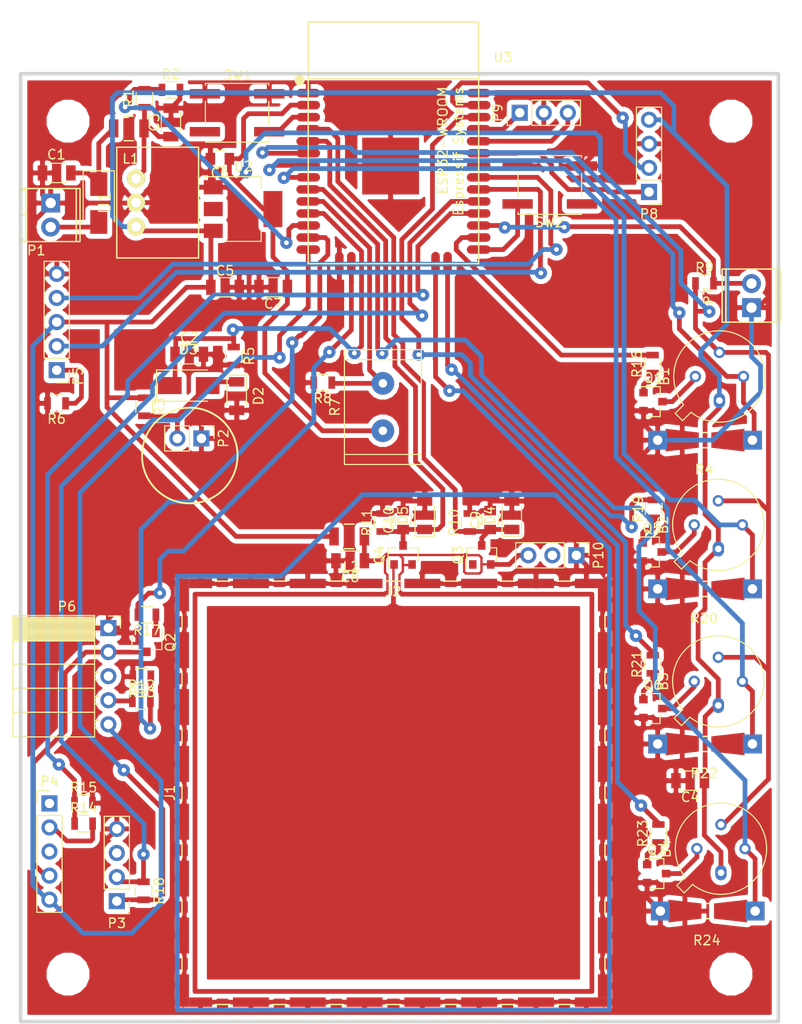
<source format=kicad_pcb>
(kicad_pcb (version 4) (host pcbnew 4.0.4+e1-6308~48~ubuntu15.10.1-stable)
  (layers (0 F.Cu signal) (31 B.Cu signal) (34 B.Paste user) (35 F.Paste user) (36 B.SilkS user) (37 F.SilkS user) (38 B.Mask user) (39 F.Mask user) (44 Edge.Cuts user))
  (net 0 "")
  (net 1 "Net-(B1-Pad4)")
  (net 2 +5V)
  (net 3 tgs1)
  (net 4 +3V3)
  (net 5 "Net-(C1-Pad1)")
  (net 6 GND)
  (net 7 dBsound)
  (net 8 +BATT)
  (net 9 "Net-(C8-Pad1)")
  (net 10 radComp)
  (net 11 radOut)
  (net 12 "Net-(D1-Pad2)")
  (net 13 "Net-(D2-Pad1)")
  (net 14 dhtEnable)
  (net 15 dhtData)
  (net 16 co2pwm)
  (net 17 co2reset)
  (net 18 "Net-(P5-Pad1)")
  (net 19 dust2)
  (net 20 dust1)
  (net 21 co2analog)
  (net 22 door)
  (net 23 SDA)
  (net 24 SCL)
  (net 25 "Net-(P9-Pad1)")
  (net 26 "Net-(P9-Pad3)")
  (net 27 polTgs1)
  (net 28 co2enable)
  (net 29 vBatt)
  (net 30 light)
  (net 31 "Net-(R12-Pad2)")
  (net 32 "Net-(R14-Pad1)")
  (net 33 "Net-(SW1-Pad2)")
  (net 34 polTgs2)
  (net 35 "Net-(Q1-Pad1)")
  (net 36 "Net-(Q2-Pad1)")
  (net 37 "Net-(J2-Pad1)")
  (net 38 "Net-(P3-Pad3)")
  (net 39 "Net-(P4-Pad1)")
  (net 40 "Net-(P4-Pad3)")
  (net 41 "Net-(P6-Pad3)")
  (net 42 "Net-(Q3-Pad1)")
  (net 43 "Net-(U3-Pad32)")
  (net 44 polTgs3)
  (net 45 polTgs4)
  (net 46 tgs4)
  (net 47 tgs3)
  (net 48 tgs2)
  (net 49 "Net-(B2-Pad4)")
  (net 50 "Net-(B3-Pad4)")
  (net 51 "Net-(B4-Pad4)")
  (net 52 "Net-(Q5-Pad1)")
  (net 53 "Net-(Q6-Pad1)")
  (net 54 "Net-(Q7-Pad1)")
  (net 55 "Net-(P10-Pad2)")
  (net 56 "Net-(SW2-Pad1)")
  (module Resistors_ThroughHole:R_Radial_Power_L12.0mm_W8.0mm_P5.00mm (layer F.Cu) (at 152.6794 72.1614 90)
    (fp_text reference R7 (at 2.5 -5.06 90) (layer F.SilkS))
    (fp_text value Photores)
    (pad 1 thru_hole circle (at 0 0 90) (size 2.4 2.4) (drill 0.9) (layers *.Cu *.Mask) (net 4 +3V3))
    (pad 2 thru_hole circle (at 5 0 90) (size 2.4 2.4) (drill 0.9) (layers *.Cu *.Mask) (net 30 light))
  )
  (module esp32:ESP32-WROOM (layer F.Cu) (at 153.797 41.783 180)
    (fp_text reference U3 (at -11.557 9.017 180) (layer F.SilkS))
    (fp_text value ESP32-WROOM)
    (fp_text user "Espressif Systems" (at -6.858 -0.889 270) (layer F.SilkS))
    (fp_text user ESP32-WROOM (at -5.207 0.254 270) (layer F.SilkS))
    (pad 38 smd oval (at -9 5.25 180) (size 2.5 0.9) (layers F.Cu F.Paste F.Mask) (net 6 GND))
    (pad 37 smd oval (at -9 3.98 180) (size 2.5 0.9) (layers F.Cu F.Paste F.Mask) (net 24 SCL))
    (pad 36 smd oval (at -9 2.71 180) (size 2.5 0.9) (layers F.Cu F.Paste F.Mask) (net 34 polTgs2))
    (pad 35 smd oval (at -9 1.44 180) (size 2.5 0.9) (layers F.Cu F.Paste F.Mask) (net 25 "Net-(P9-Pad1)"))
    (pad 34 smd oval (at -9 0.17 180) (size 2.5 0.9) (layers F.Cu F.Paste F.Mask) (net 26 "Net-(P9-Pad3)"))
    (pad 33 smd oval (at -9 -1.1 180) (size 2.5 0.9) (layers F.Cu F.Paste F.Mask) (net 23 SDA))
    (pad 32 smd oval (at -9 -2.37 180) (size 2.5 0.9) (layers F.Cu F.Paste F.Mask) (net 43 "Net-(U3-Pad32)"))
    (pad 31 smd oval (at -9 -3.64 180) (size 2.5 0.9) (layers F.Cu F.Paste F.Mask) (net 20 dust1))
    (pad 30 smd oval (at -9 -4.91 180) (size 2.5 0.9) (layers F.Cu F.Paste F.Mask) (net 19 dust2))
    (pad 29 smd oval (at -9 -6.18 180) (size 2.5 0.9) (layers F.Cu F.Paste F.Mask) (net 15 dhtData))
    (pad 28 smd oval (at -9 -7.45 180) (size 2.5 0.9) (layers F.Cu F.Paste F.Mask) (net 32 "Net-(R14-Pad1)"))
    (pad 27 smd oval (at -9 -8.72 180) (size 2.5 0.9) (layers F.Cu F.Paste F.Mask) (net 22 door))
    (pad 26 smd oval (at -9 -9.99 180) (size 2.5 0.9) (layers F.Cu F.Paste F.Mask) (net 27 polTgs1))
    (pad 25 smd oval (at -9 -11.26 180) (size 2.5 0.9) (layers F.Cu F.Paste F.Mask) (net 56 "Net-(SW2-Pad1)"))
    (pad 24 smd oval (at -5.715 -12.75 180) (size 0.9 2.5) (layers F.Cu F.Paste F.Mask) (net 44 polTgs3))
    (pad 23 smd oval (at -4.445 -12.75 180) (size 0.9 2.5) (layers F.Cu F.Paste F.Mask) (net 45 polTgs4))
    (pad 16 smd oval (at 4.445 -12.75 180) (size 0.9 2.5) (layers F.Cu F.Paste F.Mask) (net 28 co2enable))
    (pad 15 smd oval (at 5.715 -12.75 180) (size 0.9 2.5) (layers F.Cu F.Paste F.Mask) (net 6 GND))
    (pad 14 smd oval (at 9 -11.26 180) (size 2.5 0.9) (layers F.Cu F.Paste F.Mask) (net 14 dhtEnable))
    (pad 13 smd oval (at 9 -9.99 180) (size 2.5 0.9) (layers F.Cu F.Paste F.Mask) (net 31 "Net-(R12-Pad2)"))
    (pad 12 smd oval (at 9 -8.72 180) (size 2.5 0.9) (layers F.Cu F.Paste F.Mask) (net 29 vBatt))
    (pad 11 smd oval (at 9 -7.45 180) (size 2.5 0.9) (layers F.Cu F.Paste F.Mask) (net 7 dBsound))
    (pad 10 smd oval (at 9 -6.18 180) (size 2.5 0.9) (layers F.Cu F.Paste F.Mask) (net 30 light))
    (pad 9 smd oval (at 9 -4.91 180) (size 2.5 0.9) (layers F.Cu F.Paste F.Mask) (net 46 tgs4))
    (pad 8 smd oval (at 9 -3.64 180) (size 2.5 0.9) (layers F.Cu F.Paste F.Mask) (net 47 tgs3))
    (pad 7 smd oval (at 9 -2.37 180) (size 2.5 0.9) (layers F.Cu F.Paste F.Mask) (net 48 tgs2))
    (pad 6 smd oval (at 9 -1.1 180) (size 2.5 0.9) (layers F.Cu F.Paste F.Mask) (net 3 tgs1))
    (pad 5 smd oval (at 9 0.17 180) (size 2.5 0.9) (layers F.Cu F.Paste F.Mask) (net 11 radOut))
    (pad 4 smd oval (at 9 1.44 180) (size 2.5 0.9) (layers F.Cu F.Paste F.Mask) (net 10 radComp))
    (pad 3 smd oval (at 9 2.71 180) (size 2.5 0.9) (layers F.Cu F.Paste F.Mask) (net 33 "Net-(SW1-Pad2)"))
    (pad 2 smd oval (at 9 3.98 180) (size 2.5 0.9) (layers F.Cu F.Paste F.Mask) (net 4 +3V3))
    (pad 1 smd oval (at 9 5.25 180) (size 2.5 0.9) (layers F.Cu F.Paste F.Mask) (net 6 GND))
    (pad 39 smd rect (at 0.3 -2.45 180) (size 6 6) (layers F.Cu F.Paste F.Mask) (net 6 GND))
  )
  (module TO_SOT_Packages_SMD:SOT-223 (layer F.Cu) (at 137.922 48.768)
    (fp_text reference U2 (at 0 -4.5) (layer F.SilkS))
    (fp_text value LD1117S33TR)
    (pad 2 smd rect (at 3.15 0) (size 2 3.8) (layers F.Cu F.Paste F.Mask) (net 4 +3V3))
    (pad 2 smd rect (at -3.15 0) (size 2 1.5) (layers F.Cu F.Paste F.Mask) (net 4 +3V3))
    (pad 3 smd rect (at -3.15 2.3) (size 2 1.5) (layers F.Cu F.Paste F.Mask) (net 2 +5V))
    (pad 1 smd rect (at -3.15 -2.3) (size 2 1.5) (layers F.Cu F.Paste F.Mask) (net 6 GND))
  )
  (module TO_SOT_Packages_THT:TO-5-4 (layer F.Cu) (at 188.214 68.9737 90)
    (fp_text reference B1 (at 2.54 -5.82 90) (layer F.SilkS))
    (fp_text value TGS2600)
    (pad 1 thru_hole oval (at 0 0 90) (size 1.6 1.2) (drill 0.7) (layers *.Cu *.Mask) (net 2 +5V))
    (pad 2 thru_hole oval (at 2.54 2.54 90) (size 1.2 1.2) (drill 0.7) (layers *.Cu *.Mask) (net 3 tgs1))
    (pad 3 thru_hole oval (at 5.08 0 90) (size 1.2 1.2) (drill 0.7) (layers *.Cu *.Mask) (net 4 +3V3))
    (pad 4 thru_hole oval (at 2.54 -2.54 90) (size 1.2 1.2) (drill 0.7) (layers *.Cu *.Mask) (net 1 "Net-(B1-Pad4)"))
  )
  (module Shielding_Cabinets:Laird_Technologies_BMI-S-107_44.37x44.37mm (layer F.Cu) (at 153.797 110.363 90)
    (fp_text reference J1 (at 0 -23.59 90) (layer F.SilkS))
    (fp_text value RF_Shield_One_Piece)
    (pad 1 smd rect (at -22.09 -22.09 90) (size 1 1) (layers F.Cu F.Mask) (net 6 GND))
    (pad 1 smd rect (at 22.09 -22.09 90) (size 1 1) (layers F.Cu F.Mask) (net 6 GND))
    (pad 1 smd rect (at 22.09 22.09 90) (size 1 1) (layers F.Cu F.Mask) (net 6 GND))
    (pad 1 smd rect (at -22.09 22.09 90) (size 1 1) (layers F.Cu F.Mask) (net 6 GND))
    (pad 1 smd rect (at -20.37 -22.09 90) (size 2.44 1) (layers F.Cu F.Mask) (net 6 GND))
    (pad 1 smd rect (at -20.37 22.09 90) (size 2.44 1) (layers F.Cu F.Mask) (net 6 GND))
    (pad 1 smd rect (at -15.05 -22.09 90) (size 3.8 1) (layers F.Cu F.Mask) (net 6 GND))
    (pad 1 smd rect (at -15.05 22.09 90) (size 3.8 1) (layers F.Cu F.Mask) (net 6 GND))
    (pad 1 smd rect (at -9.05 -22.09 90) (size 3.8 1) (layers F.Cu F.Mask) (net 6 GND))
    (pad 1 smd rect (at -9.05 22.09 90) (size 3.8 1) (layers F.Cu F.Mask) (net 6 GND))
    (pad 1 smd rect (at -3.05 -22.09 90) (size 3.8 1) (layers F.Cu F.Mask) (net 6 GND))
    (pad 1 smd rect (at -3.05 22.09 90) (size 3.8 1) (layers F.Cu F.Mask) (net 6 GND))
    (pad 1 smd rect (at 3.05 -22.09 90) (size 3.8 1) (layers F.Cu F.Mask) (net 6 GND))
    (pad 1 smd rect (at 3.05 22.09 90) (size 3.8 1) (layers F.Cu F.Mask) (net 6 GND))
    (pad 1 smd rect (at 9.05 -22.09 90) (size 3.8 1) (layers F.Cu F.Mask) (net 6 GND))
    (pad 1 smd rect (at 9.05 22.09 90) (size 3.8 1) (layers F.Cu F.Mask) (net 6 GND))
    (pad 1 smd rect (at 15.05 -22.09 90) (size 3.8 1) (layers F.Cu F.Mask) (net 6 GND))
    (pad 1 smd rect (at 15.05 22.09 90) (size 3.8 1) (layers F.Cu F.Mask) (net 6 GND))
    (pad 1 smd rect (at 20.37 -22.09 90) (size 2.44 1) (layers F.Cu F.Mask) (net 6 GND))
    (pad 1 smd rect (at 20.37 22.09 90) (size 2.44 1) (layers F.Cu F.Mask) (net 6 GND))
    (pad 1 smd rect (at -22.09 -20.37 90) (size 1 2.44) (layers F.Cu F.Mask) (net 6 GND))
    (pad 1 smd rect (at 22.09 -20.37 90) (size 1 2.44) (layers F.Cu F.Mask) (net 6 GND))
    (pad 1 smd rect (at -22.09 -15.05 90) (size 1 3.8) (layers F.Cu F.Mask) (net 6 GND))
    (pad 1 smd rect (at 22.09 -15.05 90) (size 1 3.8) (layers F.Cu F.Mask) (net 6 GND))
    (pad 1 smd rect (at -22.09 -9.05 90) (size 1 3.8) (layers F.Cu F.Mask) (net 6 GND))
    (pad 1 smd rect (at 22.09 -9.05 90) (size 1 3.8) (layers F.Cu F.Mask) (net 6 GND))
    (pad 1 smd rect (at -22.09 -3.05 90) (size 1 3.8) (layers F.Cu F.Mask) (net 6 GND))
    (pad 1 smd rect (at 22.09 -3.05 90) (size 1 3.8) (layers F.Cu F.Mask) (net 6 GND))
    (pad 1 smd rect (at -22.09 3.05 90) (size 1 3.8) (layers F.Cu F.Mask) (net 6 GND))
    (pad 1 smd rect (at 22.09 3.05 90) (size 1 3.8) (layers F.Cu F.Mask) (net 6 GND))
    (pad 1 smd rect (at -22.09 9.05 90) (size 1 3.8) (layers F.Cu F.Mask) (net 6 GND))
    (pad 1 smd rect (at 22.09 9.05 90) (size 1 3.8) (layers F.Cu F.Mask) (net 6 GND))
    (pad 1 smd rect (at -22.09 15.05 90) (size 1 3.8) (layers F.Cu F.Mask) (net 6 GND))
    (pad 1 smd rect (at 22.09 15.05 90) (size 1 3.8) (layers F.Cu F.Mask) (net 6 GND))
    (pad 1 smd rect (at -22.09 20.37 90) (size 1 2.44) (layers F.Cu F.Mask) (net 6 GND))
    (pad 1 smd rect (at 22.09 20.37 90) (size 1 2.44) (layers F.Cu F.Mask) (net 6 GND))
  )
  (module Capacitors_SMD:C_1206 (layer F.Cu) (at 118.237 44.958 180)
    (fp_text reference C1 (at 0.03556 1.94056 180) (layer F.SilkS))
    (fp_text value 10u)
    (pad 1 smd rect (at -1.5 0 180) (size 1 1.6) (layers F.Cu F.Paste F.Mask) (net 5 "Net-(C1-Pad1)"))
    (pad 2 smd rect (at 1.5 0 180) (size 1 1.6) (layers F.Cu F.Paste F.Mask) (net 6 GND))
  )
  (module Capacitors_SMD:C_1206 (layer F.Cu) (at 132.23494 64.0842)
    (fp_text reference C2 (at 0 -1.75) (layer F.SilkS))
    (fp_text value 10u)
    (pad 1 smd rect (at -1.5 0) (size 1 1.6) (layers F.Cu F.Paste F.Mask) (net 7 dBsound))
    (pad 2 smd rect (at 1.5 0) (size 1 1.6) (layers F.Cu F.Paste F.Mask) (net 6 GND))
  )
  (module Capacitors_SMD:C_1206 (layer F.Cu) (at 130.302 39.624 90)
    (fp_text reference C3 (at 0 -1.75 90) (layer F.SilkS))
    (fp_text value 10u)
    (pad 1 smd rect (at -1.5 0 90) (size 1 1.6) (layers F.Cu F.Paste F.Mask) (net 8 +BATT))
    (pad 2 smd rect (at 1.5 0 90) (size 1 1.6) (layers F.Cu F.Paste F.Mask) (net 6 GND))
  )
  (module Capacitors_SMD:C_1206 (layer F.Cu) (at 185.1279 109.0803 180)
    (fp_text reference C4 (at 0 -1.75 180) (layer F.SilkS))
    (fp_text value 10u)
    (pad 1 smd rect (at -1.5 0 180) (size 1 1.6) (layers F.Cu F.Paste F.Mask) (net 2 +5V))
    (pad 2 smd rect (at 1.5 0 180) (size 1 1.6) (layers F.Cu F.Paste F.Mask) (net 6 GND))
  )
  (module Capacitors_SMD:C_1206 (layer F.Cu) (at 136.017 57.023)
    (fp_text reference C5 (at 0 -1.75) (layer F.SilkS))
    (fp_text value 10u)
    (pad 1 smd rect (at -1.5 0) (size 1 1.6) (layers F.Cu F.Paste F.Mask) (net 2 +5V))
    (pad 2 smd rect (at 1.5 0) (size 1 1.6) (layers F.Cu F.Paste F.Mask) (net 6 GND))
  )
  (module Capacitors_SMD:C_0805 (layer F.Cu) (at 135.46836 43.46448 180)
    (fp_text reference C6 (at 0 -1.5 180) (layer F.SilkS))
    (fp_text value 100n)
    (pad 1 smd rect (at -1 0 180) (size 1 1.25) (layers F.Cu F.Paste F.Mask) (net 4 +3V3))
    (pad 2 smd rect (at 1 0 180) (size 1 1.25) (layers F.Cu F.Paste F.Mask) (net 6 GND))
  )
  (module Capacitors_SMD:C_1206 (layer F.Cu) (at 141.097 57.023 180)
    (fp_text reference C7 (at 0 -1.75 180) (layer F.SilkS))
    (fp_text value 10u)
    (pad 1 smd rect (at -1.5 0 180) (size 1 1.6) (layers F.Cu F.Paste F.Mask) (net 4 +3V3))
    (pad 2 smd rect (at 1.5 0 180) (size 1 1.6) (layers F.Cu F.Paste F.Mask) (net 6 GND))
  )
  (module Capacitors_SMD:C_1206 (layer F.Cu) (at 149.225 85.8774 180)
    (fp_text reference C8 (at 0 -1.75 180) (layer F.SilkS))
    (fp_text value 10u)
    (pad 1 smd rect (at -1.5 0 180) (size 1 1.6) (layers F.Cu F.Paste F.Mask) (net 9 "Net-(C8-Pad1)"))
    (pad 2 smd rect (at 1.5 0 180) (size 1 1.6) (layers F.Cu F.Paste F.Mask) (net 6 GND))
  )
  (module Capacitors_SMD:C_0805 (layer F.Cu) (at 164.0078 81.5848 90)
    (fp_text reference C9 (at 0 -1.5 90) (layer F.SilkS))
    (fp_text value 1u)
    (pad 1 smd rect (at -1 0 90) (size 1 1.25) (layers F.Cu F.Paste F.Mask) (net 10 radComp))
    (pad 2 smd rect (at 1 0 90) (size 1 1.25) (layers F.Cu F.Paste F.Mask) (net 6 GND))
  )
  (module Capacitors_SMD:C_0805 (layer F.Cu) (at 154.813 81.5848 90)
    (fp_text reference C10 (at 0 -1.5 90) (layer F.SilkS))
    (fp_text value 1u)
    (pad 1 smd rect (at -1 0 90) (size 1 1.25) (layers F.Cu F.Paste F.Mask) (net 11 radOut))
    (pad 2 smd rect (at 1 0 90) (size 1 1.25) (layers F.Cu F.Paste F.Mask) (net 6 GND))
  )
  (module Diodes_SMD:D_SMA_Standard (layer F.Cu) (at 122.682 48.133 270)
    (fp_text reference D1 (at 0 -3.81 270) (layer F.SilkS))
    (fp_text value D_Schottky)
    (pad 1 smd rect (at -2 0 270) (size 2.5 1.8) (layers F.Cu F.Paste F.Mask) (net 5 "Net-(C1-Pad1)"))
    (pad 2 smd rect (at 2 0 270) (size 2.5 1.8) (layers F.Cu F.Paste F.Mask) (net 12 "Net-(D1-Pad2)"))
  )
  (module Diodes_SMD:D_1206 (layer F.Cu) (at 137.2489 68.49872 270)
    (fp_text reference D2 (at 0 -2.3 270) (layer F.SilkS))
    (fp_text value 3.3V)
    (pad 1 smd rect (at -1.5 0 270) (size 1 1.6) (layers F.Cu F.Paste F.Mask) (net 13 "Net-(D2-Pad1)"))
    (pad 2 smd rect (at 1.5 0 270) (size 1 1.6) (layers F.Cu F.Paste F.Mask) (net 6 GND))
  )
  (module Diodes_SMD:D_SMA_Standard (layer F.Cu) (at 132.1816 67.39382)
    (fp_text reference D3 (at 0 -3.81) (layer F.SilkS))
    (fp_text value D_Schottky)
    (pad 1 smd rect (at -2 0) (size 2.5 1.8) (layers F.Cu F.Paste F.Mask) (net 7 dBsound))
    (pad 2 smd rect (at 2 0) (size 2.5 1.8) (layers F.Cu F.Paste F.Mask) (net 13 "Net-(D2-Pad1)"))
  )
  (module Diodes_SMD:D_1206 (layer F.Cu) (at 166.2938 81.0768 90)
    (fp_text reference D4 (at 0 -2.3 90) (layer F.SilkS))
    (fp_text value 3.3V)
    (pad 1 smd rect (at -1.5 0 90) (size 1 1.6) (layers F.Cu F.Paste F.Mask) (net 10 radComp))
    (pad 2 smd rect (at 1.5 0 90) (size 1 1.6) (layers F.Cu F.Paste F.Mask) (net 6 GND))
  )
  (module Diodes_SMD:D_1206 (layer F.Cu) (at 157.099 81.0768 90)
    (fp_text reference D5 (at 0 -2.3 90) (layer F.SilkS))
    (fp_text value 3.3V)
    (pad 1 smd rect (at -1.5 0 90) (size 1 1.6) (layers F.Cu F.Paste F.Mask) (net 11 radOut))
    (pad 2 smd rect (at 1.5 0 90) (size 1 1.6) (layers F.Cu F.Paste F.Mask) (net 6 GND))
  )
  (module Inductors_NEOSID:Neosid_Inductor_SM-NE30_SMD1210 (layer F.Cu) (at 125.857 40.259 180)
    (fp_text reference L1 (at -0.20066 -3.2004 180) (layer F.SilkS))
    (fp_text value 33u)
    (pad 2 smd rect (at 1.6002 0 180) (size 1.00076 1.89992) (layers F.Cu F.Paste F.Mask) (net 5 "Net-(C1-Pad1)"))
    (pad 1 smd rect (at -1.6002 0 180) (size 1.00076 1.89992) (layers F.Cu F.Paste F.Mask) (net 8 +BATT))
  )
  (module Inductors_NEOSID:Neosid_Inductor_SM-NE30_SMD1210 (layer F.Cu) (at 149.1234 83.312 180)
    (fp_text reference L2 (at -0.20066 -3.2004 180) (layer F.SilkS))
    (fp_text value 33u)
    (pad 2 smd rect (at 1.6002 0 180) (size 1.00076 1.89992) (layers F.Cu F.Paste F.Mask) (net 2 +5V))
    (pad 1 smd rect (at -1.6002 0 180) (size 1.00076 1.89992) (layers F.Cu F.Paste F.Mask) (net 9 "Net-(C8-Pad1)"))
  )
  (module Terminal_Blocks:TerminalBlock_Pheonix_MPT-2.54mm_2pol (layer F.Cu) (at 117.602 48.133 270)
    (fp_text reference P1 (at 5.0038 1.51384 360) (layer F.SilkS))
    (fp_text value POWER)
    (pad 2 thru_hole oval (at 2.54 0 270) (size 1.99898 1.99898) (drill 1.09728) (layers *.Cu *.Mask) (net 12 "Net-(D1-Pad2)"))
    (pad 1 thru_hole rect (at 0 0 270) (size 1.99898 1.99898) (drill 1.09728) (layers *.Cu *.Mask) (net 6 GND))
  )
  (module Socket_Strips:Socket_Strip_Straight_1x02_Pitch2.54mm (layer F.Cu) (at 133.52018 72.96912 270)
    (fp_text reference P2 (at 0 -2.33 270) (layer F.SilkS))
    (fp_text value mic)
    (pad 1 thru_hole rect (at 0 0 270) (size 1.7 1.7) (drill 1) (layers *.Cu *.Mask) (net 6 GND))
    (pad 2 thru_hole oval (at 0 2.54 270) (size 1.7 1.7) (drill 1) (layers *.Cu *.Mask) (net 13 "Net-(D2-Pad1)"))
  )
  (module Socket_Strips:Socket_Strip_Straight_1x04_Pitch2.54mm (layer F.Cu) (at 124.587 121.793 180)
    (fp_text reference P3 (at 0 -2.33 180) (layer F.SilkS))
    (fp_text value DHT22)
    (pad 1 thru_hole rect (at 0 0 180) (size 1.7 1.7) (drill 1) (layers *.Cu *.Mask) (net 14 dhtEnable))
    (pad 2 thru_hole oval (at 0 2.54 180) (size 1.7 1.7) (drill 1) (layers *.Cu *.Mask) (net 15 dhtData))
    (pad 3 thru_hole oval (at 0 5.08 180) (size 1.7 1.7) (drill 1) (layers *.Cu *.Mask) (net 38 "Net-(P3-Pad3)"))
    (pad 4 thru_hole oval (at 0 7.62 180) (size 1.7 1.7) (drill 1) (layers *.Cu *.Mask) (net 6 GND))
  )
  (module Socket_Strips:Socket_Strip_Straight_1x05_Pitch2.54mm (layer F.Cu) (at 117.475 111.4806)
    (fp_text reference P4 (at 0 -2.33) (layer F.SilkS))
    (fp_text value CDM7160)
    (pad 1 thru_hole rect (at 0 0) (size 1.7 1.7) (drill 1) (layers *.Cu *.Mask) (net 39 "Net-(P4-Pad1)"))
    (pad 2 thru_hole oval (at 0 2.54) (size 1.7 1.7) (drill 1) (layers *.Cu *.Mask) (net 16 co2pwm))
    (pad 3 thru_hole oval (at 0 5.08) (size 1.7 1.7) (drill 1) (layers *.Cu *.Mask) (net 40 "Net-(P4-Pad3)"))
    (pad 4 thru_hole oval (at 0 7.62) (size 1.7 1.7) (drill 1) (layers *.Cu *.Mask) (net 17 co2reset))
    (pad 5 thru_hole oval (at 0 10.16) (size 1.7 1.7) (drill 1) (layers *.Cu *.Mask) (net 2 +5V))
  )
  (module Socket_Strips:Socket_Strip_Straight_1x05_Pitch2.54mm (layer F.Cu) (at 118.24208 65.77076 180)
    (fp_text reference P5 (at -2.26314 -0.61468 270) (layer F.SilkS))
    (fp_text value DSM501A)
    (pad 1 thru_hole rect (at 0 0 180) (size 1.7 1.7) (drill 1) (layers *.Cu *.Mask) (net 18 "Net-(P5-Pad1)"))
    (pad 2 thru_hole oval (at 0 2.54 180) (size 1.7 1.7) (drill 1) (layers *.Cu *.Mask) (net 19 dust2))
    (pad 3 thru_hole oval (at 0 5.08 180) (size 1.7 1.7) (drill 1) (layers *.Cu *.Mask) (net 2 +5V))
    (pad 4 thru_hole oval (at 0 7.62 180) (size 1.7 1.7) (drill 1) (layers *.Cu *.Mask) (net 20 dust1))
    (pad 5 thru_hole oval (at 0 10.16 180) (size 1.7 1.7) (drill 1) (layers *.Cu *.Mask) (net 6 GND))
  )
  (module Socket_Strips:Socket_Strip_Angled_1x05_Pitch2.54mm (layer F.Cu) (at 123.698 92.9767)
    (fp_text reference P6 (at -4.38 -2.27) (layer F.SilkS))
    (fp_text value CDM4161A)
    (pad 1 thru_hole rect (at 0 0) (size 1.7 1.7) (drill 1) (layers *.Cu *.Mask) (net 6 GND))
    (pad 2 thru_hole oval (at 0 2.54) (size 1.7 1.7) (drill 1) (layers *.Cu *.Mask) (net 17 co2reset))
    (pad 3 thru_hole oval (at 0 5.08) (size 1.7 1.7) (drill 1) (layers *.Cu *.Mask) (net 41 "Net-(P6-Pad3)"))
    (pad 4 thru_hole oval (at 0 7.62) (size 1.7 1.7) (drill 1) (layers *.Cu *.Mask) (net 21 co2analog))
    (pad 5 thru_hole oval (at 0 10.16) (size 1.7 1.7) (drill 1) (layers *.Cu *.Mask) (net 2 +5V))
  )
  (module Terminal_Blocks:TerminalBlock_Pheonix_MPT-2.54mm_2pol (layer F.Cu) (at 191.6049 59.1693 90)
    (fp_text reference P7 (at 1.27 -4.50088 90) (layer F.SilkS))
    (fp_text value door)
    (pad 2 thru_hole oval (at 2.54 0 90) (size 1.99898 1.99898) (drill 1.09728) (layers *.Cu *.Mask) (net 22 door))
    (pad 1 thru_hole rect (at 0 0 90) (size 1.99898 1.99898) (drill 1.09728) (layers *.Cu *.Mask) (net 6 GND))
  )
  (module Socket_Strips:Socket_Strip_Straight_1x04_Pitch2.54mm (layer F.Cu) (at 180.7845 46.9646 180)
    (fp_text reference P8 (at 0 -2.33 180) (layer F.SilkS))
    (fp_text value I2C)
    (pad 1 thru_hole rect (at 0 0 180) (size 1.7 1.7) (drill 1) (layers *.Cu *.Mask) (net 23 SDA))
    (pad 2 thru_hole oval (at 0 2.54 180) (size 1.7 1.7) (drill 1) (layers *.Cu *.Mask) (net 24 SCL))
    (pad 3 thru_hole oval (at 0 5.08 180) (size 1.7 1.7) (drill 1) (layers *.Cu *.Mask) (net 6 GND))
    (pad 4 thru_hole oval (at 0 7.62 180) (size 1.7 1.7) (drill 1) (layers *.Cu *.Mask) (net 2 +5V))
  )
  (module Pin_Headers:Pin_Header_Straight_1x03_Pitch2.54mm (layer F.Cu) (at 167.132 38.608 90)
    (fp_text reference P9 (at 0 -2.33 90) (layer F.SilkS))
    (fp_text value SERIAL)
    (pad 1 thru_hole rect (at 0 0 90) (size 1.7 1.7) (drill 1) (layers *.Cu *.Mask) (net 25 "Net-(P9-Pad1)"))
    (pad 2 thru_hole oval (at 0 2.54 90) (size 1.7 1.7) (drill 1) (layers *.Cu *.Mask) (net 6 GND))
    (pad 3 thru_hole oval (at 0 5.08 90) (size 1.7 1.7) (drill 1) (layers *.Cu *.Mask) (net 26 "Net-(P9-Pad3)"))
  )
  (module TO_SOT_Packages_SMD:SOT-23 (layer F.Cu) (at 181.2036 69.088)
    (fp_text reference Q1 (at 0 -2.5) (layer F.SilkS))
    (fp_text value BSS138)
    (pad 1 smd rect (at -1 -0.95) (size 0.9 0.8) (layers F.Cu F.Paste F.Mask) (net 35 "Net-(Q1-Pad1)"))
    (pad 2 smd rect (at -1 0.95) (size 0.9 0.8) (layers F.Cu F.Paste F.Mask) (net 6 GND))
    (pad 3 smd rect (at 1 0) (size 0.9 0.8) (layers F.Cu F.Paste F.Mask) (net 1 "Net-(B1-Pad4)"))
  )
  (module TO_SOT_Packages_SMD:SOT-23 (layer F.Cu) (at 127.762 94.488 270)
    (fp_text reference Q2 (at 0 -2.5 270) (layer F.SilkS))
    (fp_text value BSS138)
    (pad 1 smd rect (at -1 -0.95 270) (size 0.9 0.8) (layers F.Cu F.Paste F.Mask) (net 36 "Net-(Q2-Pad1)"))
    (pad 2 smd rect (at -1 0.95 270) (size 0.9 0.8) (layers F.Cu F.Paste F.Mask) (net 6 GND))
    (pad 3 smd rect (at 1 0 270) (size 0.9 0.8) (layers F.Cu F.Paste F.Mask) (net 17 co2reset))
  )
  (module TO_SOT_Packages_SMD:SOT-23 (layer F.Cu) (at 163.1188 85.2678 90)
    (fp_text reference Q3 (at 0 -2.5 90) (layer F.SilkS))
    (fp_text value BC858)
    (pad 1 smd rect (at -1 -0.95 90) (size 0.9 0.8) (layers F.Cu F.Paste F.Mask) (net 42 "Net-(Q3-Pad1)"))
    (pad 2 smd rect (at -1 0.95 90) (size 0.9 0.8) (layers F.Cu F.Paste F.Mask) (net 9 "Net-(C8-Pad1)"))
    (pad 3 smd rect (at 1 0 90) (size 0.9 0.8) (layers F.Cu F.Paste F.Mask) (net 10 radComp))
  )
  (module TO_SOT_Packages_SMD:SOT-23 (layer F.Cu) (at 154.813 85.2678 90)
    (fp_text reference Q4 (at 0 -2.5 90) (layer F.SilkS))
    (fp_text value BC858)
    (pad 1 smd rect (at -1 -0.95 90) (size 0.9 0.8) (layers F.Cu F.Paste F.Mask) (net 37 "Net-(J2-Pad1)"))
    (pad 2 smd rect (at -1 0.95 90) (size 0.9 0.8) (layers F.Cu F.Paste F.Mask) (net 9 "Net-(C8-Pad1)"))
    (pad 3 smd rect (at 1 0 90) (size 0.9 0.8) (layers F.Cu F.Paste F.Mask) (net 11 radOut))
  )
  (module Resistors_SMD:R_0805 (layer F.Cu) (at 127.508 37.084 90)
    (fp_text reference R1 (at 0 -1.65 90) (layer F.SilkS))
    (fp_text value R1batt)
    (pad 1 smd rect (at -0.95 0 90) (size 0.7 1.3) (layers F.Cu F.Paste F.Mask) (net 8 +BATT))
    (pad 2 smd rect (at 0.95 0 90) (size 0.7 1.3) (layers F.Cu F.Paste F.Mask) (net 29 vBatt))
  )
  (module Resistors_SMD:R_0805 (layer F.Cu) (at 130.302 36.195)
    (fp_text reference R2 (at 0 -1.65) (layer F.SilkS))
    (fp_text value R2batt)
    (pad 1 smd rect (at -0.95 0) (size 0.7 1.3) (layers F.Cu F.Paste F.Mask) (net 29 vBatt))
    (pad 2 smd rect (at 0.95 0) (size 0.7 1.3) (layers F.Cu F.Paste F.Mask) (net 6 GND))
  )
  (module Resistors_SMD:R_0805 (layer F.Cu) (at 127.48006 69.62648 270)
    (fp_text reference R3 (at 0 -1.65 270) (layer F.SilkS))
    (fp_text value Rmic)
    (pad 1 smd rect (at -0.95 0 270) (size 0.7 1.3) (layers F.Cu F.Paste F.Mask) (net 2 +5V))
    (pad 2 smd rect (at 0.95 0 270) (size 0.7 1.3) (layers F.Cu F.Paste F.Mask) (net 13 "Net-(D2-Pad1)"))
  )
  (module Resistors_Universal:Resistor_SMD+THTuniversal_0805to1206_RM10_HandSoldering (layer F.Cu) (at 186.70016 73.152 180)
    (fp_text reference R4 (at 0.09906 -3.0988 180) (layer F.SilkS))
    (fp_text value Rtgs)
    (pad 1 smd trapezoid (at -2.413 0 180) (size 3.50012 1.99898) (rect_delta 0.39878 0) (layers F.Cu F.Paste F.Mask) (net 3 tgs1))
    (pad 2 smd trapezoid (at 2.413 0) (size 3.50012 1.99898) (rect_delta 0.39878 0) (layers F.Cu F.Paste F.Mask) (net 6 GND))
    (pad 1 thru_hole rect (at -5.00126 0) (size 1.99898 1.99898) (drill 1.00076) (layers *.Cu *.Mask) (net 3 tgs1))
    (pad 2 thru_hole rect (at 5.00126 0) (size 1.99898 1.99898) (drill 1.00076) (layers *.Cu *.Mask) (net 6 GND))
  )
  (module Resistors_SMD:R_0805 (layer F.Cu) (at 136.92886 64.27978 270)
    (fp_text reference R5 (at 0 -1.65 270) (layer F.SilkS))
    (fp_text value 1M)
    (pad 1 smd rect (at -0.95 0 270) (size 0.7 1.3) (layers F.Cu F.Paste F.Mask) (net 7 dBsound))
    (pad 2 smd rect (at 0.95 0 270) (size 0.7 1.3) (layers F.Cu F.Paste F.Mask) (net 6 GND))
  )
  (module Resistors_SMD:R_0805 (layer F.Cu) (at 118.2243 69.2658 180)
    (fp_text reference R6 (at 0 -1.65 180) (layer F.SilkS))
    (fp_text value Rdust)
    (pad 1 smd rect (at -0.95 0 180) (size 0.7 1.3) (layers F.Cu F.Paste F.Mask) (net 18 "Net-(P5-Pad1)"))
    (pad 2 smd rect (at 0.95 0 180) (size 0.7 1.3) (layers F.Cu F.Paste F.Mask) (net 6 GND))
  )
  (module Resistors_SMD:R_0805 (layer F.Cu) (at 146.3294 67.0814 180)
    (fp_text reference R8 (at 0 -1.65 180) (layer F.SilkS))
    (fp_text value Rlight)
    (pad 1 smd rect (at -0.95 0 180) (size 0.7 1.3) (layers F.Cu F.Paste F.Mask) (net 30 light))
    (pad 2 smd rect (at 0.95 0 180) (size 0.7 1.3) (layers F.Cu F.Paste F.Mask) (net 6 GND))
  )
  (module Resistors_SMD:R_0805 (layer F.Cu) (at 186.6392 56.60644)
    (fp_text reference R9 (at 0 -1.65) (layer F.SilkS))
    (fp_text value Rdoor)
    (pad 1 smd rect (at -0.95 0) (size 0.7 1.3) (layers F.Cu F.Paste F.Mask) (net 4 +3V3))
    (pad 2 smd rect (at 0.95 0) (size 0.7 1.3) (layers F.Cu F.Paste F.Mask) (net 22 door))
  )
  (module Resistors_SMD:R_0805 (layer F.Cu) (at 161.8488 81.8388 90)
    (fp_text reference R10 (at 0 -1.65 90) (layer F.SilkS))
    (fp_text value Rrad)
    (pad 1 smd rect (at -0.95 0 90) (size 0.7 1.3) (layers F.Cu F.Paste F.Mask) (net 10 radComp))
    (pad 2 smd rect (at 0.95 0 90) (size 0.7 1.3) (layers F.Cu F.Paste F.Mask) (net 6 GND))
  )
  (module Resistors_SMD:R_0805 (layer F.Cu) (at 152.654 81.8388 90)
    (fp_text reference R11 (at 0 -1.65 90) (layer F.SilkS))
    (fp_text value Rrad)
    (pad 1 smd rect (at -0.95 0 90) (size 0.7 1.3) (layers F.Cu F.Paste F.Mask) (net 11 radOut))
    (pad 2 smd rect (at 0.95 0 90) (size 0.7 1.3) (layers F.Cu F.Paste F.Mask) (net 6 GND))
  )
  (module Resistors_SMD:R_0805 (layer F.Cu) (at 127.18288 100.66528)
    (fp_text reference R12 (at 0 -1.65) (layer F.SilkS))
    (fp_text value R1co2a)
    (pad 1 smd rect (at -0.95 0) (size 0.7 1.3) (layers F.Cu F.Paste F.Mask) (net 21 co2analog))
    (pad 2 smd rect (at 0.95 0) (size 0.7 1.3) (layers F.Cu F.Paste F.Mask) (net 31 "Net-(R12-Pad2)"))
  )
  (module Resistors_SMD:R_0805 (layer F.Cu) (at 127.22352 98.10496 180)
    (fp_text reference R13 (at 0 -1.65 180) (layer F.SilkS))
    (fp_text value R2co2a)
    (pad 1 smd rect (at -0.95 0 180) (size 0.7 1.3) (layers F.Cu F.Paste F.Mask) (net 31 "Net-(R12-Pad2)"))
    (pad 2 smd rect (at 0.95 0 180) (size 0.7 1.3) (layers F.Cu F.Paste F.Mask) (net 6 GND))
  )
  (module Resistors_SMD:R_0805 (layer F.Cu) (at 121.0818 113.6142)
    (fp_text reference R14 (at 0 -1.65) (layer F.SilkS))
    (fp_text value R1co2d)
    (pad 1 smd rect (at -0.95 0) (size 0.7 1.3) (layers F.Cu F.Paste F.Mask) (net 32 "Net-(R14-Pad1)"))
    (pad 2 smd rect (at 0.95 0) (size 0.7 1.3) (layers F.Cu F.Paste F.Mask) (net 16 co2pwm))
  )
  (module Resistors_SMD:R_0805 (layer F.Cu) (at 121.06656 111.45012)
    (fp_text reference R15 (at 0 -1.65) (layer F.SilkS))
    (fp_text value R2co2d)
    (pad 1 smd rect (at -0.95 0) (size 0.7 1.3) (layers F.Cu F.Paste F.Mask) (net 32 "Net-(R14-Pad1)"))
    (pad 2 smd rect (at 0.95 0) (size 0.7 1.3) (layers F.Cu F.Paste F.Mask) (net 6 GND))
  )
  (module Buttons_Switches_SMD:SW_SPST_EVQQ2 (layer F.Cu) (at 137.287 38.608)
    (fp_text reference SW1 (at 0.05 -3.95) (layer F.SilkS))
    (fp_text value RESET)
    (pad 1 smd rect (at 3.4 -2) (size 3.2 1) (layers F.Cu F.Paste F.Mask) (net 6 GND))
    (pad 1 smd rect (at -3.4 -2) (size 3.2 1) (layers F.Cu F.Paste F.Mask) (net 6 GND))
    (pad 2 smd rect (at -3.4 2) (size 3.2 1) (layers F.Cu F.Paste F.Mask) (net 33 "Net-(SW1-Pad2)"))
    (pad 2 smd rect (at 3.4 2) (size 3.2 1) (layers F.Cu F.Paste F.Mask) (net 33 "Net-(SW1-Pad2)"))
  )
  (module Buttons_Switches_SMD:SW_SPST_EVQQ2 (layer F.Cu) (at 170.307 46.228 180)
    (fp_text reference SW2 (at 0.05 -3.95 180) (layer F.SilkS))
    (fp_text value BOOT)
    (pad 1 smd rect (at 3.4 -2 180) (size 3.2 1) (layers F.Cu F.Paste F.Mask) (net 56 "Net-(SW2-Pad1)"))
    (pad 1 smd rect (at -3.4 -2 180) (size 3.2 1) (layers F.Cu F.Paste F.Mask) (net 56 "Net-(SW2-Pad1)"))
    (pad 2 smd rect (at -3.4 2 180) (size 3.2 1) (layers F.Cu F.Paste F.Mask) (net 6 GND))
    (pad 2 smd rect (at 3.4 2 180) (size 3.2 1) (layers F.Cu F.Paste F.Mask) (net 6 GND))
  )
  (module EuroBoard_Outline:EuroBoard_halb_Type-I_100mmX80mm_holes (layer F.Cu) (at 194.437 134.493 90)
    (fp_text reference REF** hide)
    (fp_text value EuroBoard_halb_Type-I_100mmX80mm_holes hide)
    (fp_line (start 0 0) (end 0 -79.99984) (layer Edge.Cuts) (width 0.381))
    (fp_line (start 0 -79.99984) (end 99.9998 -79.99984) (layer Edge.Cuts) (width 0.381))
    (fp_line (start 99.9998 -79.99984) (end 99.9998 0) (layer Edge.Cuts) (width 0.381))
    (fp_line (start 99.9998 0) (end 0 0) (layer Edge.Cuts) (width 0.381))
    (pad "" np_thru_hole circle (at 5.00126 -5.00126 90) (size 3.50012 3.50012) (drill 3.50012) (layers *.Cu *.Mask))
    (pad "" np_thru_hole circle (at 5.00126 -75.00112 90) (size 3.50012 3.50012) (drill 3.50012) (layers *.Cu *.Mask))
    (pad "" np_thru_hole circle (at 95.00108 -75.00112 90) (size 3.50012 3.50012) (drill 3.50012) (layers *.Cu *.Mask))
    (pad "" np_thru_hole circle (at 95.00108 -5.00126 90) (size 3.50012 3.50012) (drill 3.50012) (layers *.Cu *.Mask))
  )
  (module mplewis:R-78E5.0-0.5 (layer F.Cu) (at 124.58446 48.08474 270)
    (fp_text reference U1 (at 0 1.27 270) (layer F.SilkS) (effects (font (size 1.2 1.2))))
    (fp_text value R-78E5.0-0.5)
    (pad 1 thru_hole circle (at -2.54 -2.032 270) (size 1.905 1.905) (drill 1.016) (layers *.Cu *.Mask F.SilkS) (net 8 +BATT))
    (pad 2 thru_hole circle (at 0 -2.032 270) (size 1.905 1.905) (drill 1.016) (layers *.Cu *.Mask F.SilkS) (net 6 GND))
    (pad 3 thru_hole circle (at 2.54 -2.032 270) (size 1.905 1.905) (drill 1.016) (layers *.Cu *.Mask F.SilkS) (net 2 +5V))
  )
  (module Resistors_SMD:R_0805 (layer F.Cu) (at 181.1655 65.1256 90)
    (fp_text reference R16 (at 0 -1.65 90) (layer F.SilkS))
    (fp_text value R)
    (pad 1 smd rect (at -0.95 0 90) (size 0.7 1.3) (layers F.Cu F.Paste F.Mask) (net 35 "Net-(Q1-Pad1)"))
    (pad 2 smd rect (at 0.95 0 90) (size 0.7 1.3) (layers F.Cu F.Paste F.Mask) (net 27 polTgs1))
  )
  (module Resistors_SMD:R_0805 (layer F.Cu) (at 127.762 91.567 180)
    (fp_text reference R17 (at 0 -1.65 180) (layer F.SilkS))
    (fp_text value R)
    (pad 1 smd rect (at -0.95 0 180) (size 0.7 1.3) (layers F.Cu F.Paste F.Mask) (net 36 "Net-(Q2-Pad1)"))
    (pad 2 smd rect (at 0.95 0 180) (size 0.7 1.3) (layers F.Cu F.Paste F.Mask) (net 28 co2enable))
  )
  (module Measurement_Points:Measurement_Point_Round-SMD-Pad_Small (layer F.Cu) (at 153.7716 91.1098)
    (fp_text reference J2 (at 0 -2) (layer F.SilkS))
    (fp_text value "inner electrode")
    (pad 1 smd circle (at 0 0) (size 1.5 1.5) (layers F.Cu F.Mask) (net 37 "Net-(J2-Pad1)"))
  )
  (module Resistors_SMD:R_0805 (layer F.Cu) (at 127.4064 120.7008 270)
    (fp_text reference R18 (at 0 -1.65 270) (layer F.SilkS))
    (fp_text value 10k)
    (pad 1 smd rect (at -0.95 0 270) (size 0.7 1.3) (layers F.Cu F.Paste F.Mask) (net 15 dhtData))
    (pad 2 smd rect (at 0.95 0 270) (size 0.7 1.3) (layers F.Cu F.Paste F.Mask) (net 14 dhtEnable))
  )
  (module TO_SOT_Packages_THT:TO-5-4 (layer F.Cu) (at 188.0997 84.6328 90)
    (fp_text reference B2 (at 2.54 -5.82 90) (layer F.SilkS))
    (fp_text value TGS2600)
    (pad 1 thru_hole oval (at 0 0 90) (size 1.6 1.2) (drill 0.7) (layers *.Cu *.Mask) (net 2 +5V))
    (pad 2 thru_hole oval (at 2.54 2.54 90) (size 1.2 1.2) (drill 0.7) (layers *.Cu *.Mask) (net 48 tgs2))
    (pad 3 thru_hole oval (at 5.08 0 90) (size 1.2 1.2) (drill 0.7) (layers *.Cu *.Mask) (net 4 +3V3))
    (pad 4 thru_hole oval (at 2.54 -2.54 90) (size 1.2 1.2) (drill 0.7) (layers *.Cu *.Mask) (net 49 "Net-(B2-Pad4)"))
  )
  (module TO_SOT_Packages_THT:TO-5-4 (layer F.Cu) (at 188.0997 101.1428 90)
    (fp_text reference B3 (at 2.54 -5.82 90) (layer F.SilkS))
    (fp_text value TGS2600)
    (pad 1 thru_hole oval (at 0 0 90) (size 1.6 1.2) (drill 0.7) (layers *.Cu *.Mask) (net 2 +5V))
    (pad 2 thru_hole oval (at 2.54 2.54 90) (size 1.2 1.2) (drill 0.7) (layers *.Cu *.Mask) (net 47 tgs3))
    (pad 3 thru_hole oval (at 5.08 0 90) (size 1.2 1.2) (drill 0.7) (layers *.Cu *.Mask) (net 4 +3V3))
    (pad 4 thru_hole oval (at 2.54 -2.54 90) (size 1.2 1.2) (drill 0.7) (layers *.Cu *.Mask) (net 50 "Net-(B3-Pad4)"))
  )
  (module TO_SOT_Packages_THT:TO-5-4 (layer F.Cu) (at 188.3791 118.7958 90)
    (fp_text reference B4 (at 2.54 -5.82 90) (layer F.SilkS))
    (fp_text value TGS2600)
    (pad 1 thru_hole oval (at 0 0 90) (size 1.6 1.2) (drill 0.7) (layers *.Cu *.Mask) (net 2 +5V))
    (pad 2 thru_hole oval (at 2.54 2.54 90) (size 1.2 1.2) (drill 0.7) (layers *.Cu *.Mask) (net 46 tgs4))
    (pad 3 thru_hole oval (at 5.08 0 90) (size 1.2 1.2) (drill 0.7) (layers *.Cu *.Mask) (net 4 +3V3))
    (pad 4 thru_hole oval (at 2.54 -2.54 90) (size 1.2 1.2) (drill 0.7) (layers *.Cu *.Mask) (net 51 "Net-(B4-Pad4)"))
  )
  (module TO_SOT_Packages_SMD:SOT-23 (layer F.Cu) (at 181.11724 84.95284)
    (fp_text reference Q5 (at 0 -2.5) (layer F.SilkS))
    (fp_text value BSS138)
    (pad 1 smd rect (at -1 -0.95) (size 0.9 0.8) (layers F.Cu F.Paste F.Mask) (net 52 "Net-(Q5-Pad1)"))
    (pad 2 smd rect (at -1 0.95) (size 0.9 0.8) (layers F.Cu F.Paste F.Mask) (net 6 GND))
    (pad 3 smd rect (at 1 0) (size 0.9 0.8) (layers F.Cu F.Paste F.Mask) (net 49 "Net-(B2-Pad4)"))
  )
  (module TO_SOT_Packages_SMD:SOT-23 (layer F.Cu) (at 181.1909 101.473)
    (fp_text reference Q6 (at 0 -2.5) (layer F.SilkS))
    (fp_text value BSS138)
    (pad 1 smd rect (at -1 -0.95) (size 0.9 0.8) (layers F.Cu F.Paste F.Mask) (net 53 "Net-(Q6-Pad1)"))
    (pad 2 smd rect (at -1 0.95) (size 0.9 0.8) (layers F.Cu F.Paste F.Mask) (net 6 GND))
    (pad 3 smd rect (at 1 0) (size 0.9 0.8) (layers F.Cu F.Paste F.Mask) (net 50 "Net-(B3-Pad4)"))
  )
  (module TO_SOT_Packages_SMD:SOT-23 (layer F.Cu) (at 181.5846 118.8847)
    (fp_text reference Q7 (at 0 -2.5) (layer F.SilkS))
    (fp_text value BSS138)
    (pad 1 smd rect (at -1 -0.95) (size 0.9 0.8) (layers F.Cu F.Paste F.Mask) (net 54 "Net-(Q7-Pad1)"))
    (pad 2 smd rect (at -1 0.95) (size 0.9 0.8) (layers F.Cu F.Paste F.Mask) (net 6 GND))
    (pad 3 smd rect (at 1 0) (size 0.9 0.8) (layers F.Cu F.Paste F.Mask) (net 51 "Net-(B4-Pad4)"))
  )
  (module Resistors_SMD:R_0805 (layer F.Cu) (at 181.2798 80.4037 90)
    (fp_text reference R19 (at 0 -1.65 90) (layer F.SilkS))
    (fp_text value R)
    (pad 1 smd rect (at -0.95 0 90) (size 0.7 1.3) (layers F.Cu F.Paste F.Mask) (net 52 "Net-(Q5-Pad1)"))
    (pad 2 smd rect (at 0.95 0 90) (size 0.7 1.3) (layers F.Cu F.Paste F.Mask) (net 34 polTgs2))
  )
  (module Resistors_Universal:Resistor_SMD+THTuniversal_0805to1206_RM10_HandSoldering (layer F.Cu) (at 186.7027 88.8492 180)
    (fp_text reference R20 (at 0.09906 -3.0988 180) (layer F.SilkS))
    (fp_text value Rtgs)
    (pad 1 smd trapezoid (at -2.413 0 180) (size 3.50012 1.99898) (rect_delta 0.39878 0) (layers F.Cu F.Paste F.Mask) (net 48 tgs2))
    (pad 2 smd trapezoid (at 2.413 0) (size 3.50012 1.99898) (rect_delta 0.39878 0) (layers F.Cu F.Paste F.Mask) (net 6 GND))
    (pad 1 thru_hole rect (at -5.00126 0) (size 1.99898 1.99898) (drill 1.00076) (layers *.Cu *.Mask) (net 48 tgs2))
    (pad 2 thru_hole rect (at 5.00126 0) (size 1.99898 1.99898) (drill 1.00076) (layers *.Cu *.Mask) (net 6 GND))
  )
  (module Resistors_SMD:R_0805 (layer F.Cu) (at 181.17312 96.7994 90)
    (fp_text reference R21 (at 0 -1.65 90) (layer F.SilkS))
    (fp_text value R)
    (pad 1 smd rect (at -0.95 0 90) (size 0.7 1.3) (layers F.Cu F.Paste F.Mask) (net 53 "Net-(Q6-Pad1)"))
    (pad 2 smd rect (at 0.95 0 90) (size 0.7 1.3) (layers F.Cu F.Paste F.Mask) (net 44 polTgs3))
  )
  (module Resistors_Universal:Resistor_SMD+THTuniversal_0805to1206_RM10_HandSoldering (layer F.Cu) (at 186.7027 105.2068 180)
    (fp_text reference R22 (at 0.09906 -3.0988 180) (layer F.SilkS))
    (fp_text value Rtgs)
    (pad 1 smd trapezoid (at -2.413 0 180) (size 3.50012 1.99898) (rect_delta 0.39878 0) (layers F.Cu F.Paste F.Mask) (net 47 tgs3))
    (pad 2 smd trapezoid (at 2.413 0) (size 3.50012 1.99898) (rect_delta 0.39878 0) (layers F.Cu F.Paste F.Mask) (net 6 GND))
    (pad 1 thru_hole rect (at -5.00126 0) (size 1.99898 1.99898) (drill 1.00076) (layers *.Cu *.Mask) (net 47 tgs3))
    (pad 2 thru_hole rect (at 5.00126 0) (size 1.99898 1.99898) (drill 1.00076) (layers *.Cu *.Mask) (net 6 GND))
  )
  (module Resistors_SMD:R_0805 (layer F.Cu) (at 181.7751 114.6556 90)
    (fp_text reference R23 (at 0 -1.65 90) (layer F.SilkS))
    (fp_text value R)
    (pad 1 smd rect (at -0.95 0 90) (size 0.7 1.3) (layers F.Cu F.Paste F.Mask) (net 54 "Net-(Q7-Pad1)"))
    (pad 2 smd rect (at 0.95 0 90) (size 0.7 1.3) (layers F.Cu F.Paste F.Mask) (net 45 polTgs4))
  )
  (module Resistors_Universal:Resistor_SMD+THTuniversal_0805to1206_RM10_HandSoldering (layer F.Cu) (at 186.98464 122.83948 180)
    (fp_text reference R24 (at 0.09906 -3.0988 180) (layer F.SilkS))
    (fp_text value Rtgs)
    (pad 1 smd trapezoid (at -2.413 0 180) (size 3.50012 1.99898) (rect_delta 0.39878 0) (layers F.Cu F.Paste F.Mask) (net 46 tgs4))
    (pad 2 smd trapezoid (at 2.413 0) (size 3.50012 1.99898) (rect_delta 0.39878 0) (layers F.Cu F.Paste F.Mask) (net 6 GND))
    (pad 1 thru_hole rect (at -5.00126 0) (size 1.99898 1.99898) (drill 1.00076) (layers *.Cu *.Mask) (net 46 tgs4))
    (pad 2 thru_hole rect (at 5.00126 0) (size 1.99898 1.99898) (drill 1.00076) (layers *.Cu *.Mask) (net 6 GND))
  )
  (module Pin_Headers:Pin_Header_Straight_1x03_Pitch2.54mm (layer F.Cu) (at 173.11624 85.30082 270)
    (fp_text reference P10 (at 0 -2.33 270) (layer F.SilkS))
    (fp_text value backplaneSelect)
    (pad 1 thru_hole rect (at 0 0 270) (size 1.7 1.7) (drill 1) (layers *.Cu *.Mask) (net 6 GND))
    (pad 2 thru_hole oval (at 0 2.54 270) (size 1.7 1.7) (drill 1) (layers *.Cu *.Mask) (net 55 "Net-(P10-Pad2)"))
    (pad 3 thru_hole oval (at 0 5.08 270) (size 1.7 1.7) (drill 1) (layers *.Cu *.Mask) (net 9 "Net-(C8-Pad1)"))
  )
  (gr_circle (center 132.29082 74.77506) (end 136.20242 71.5899) (layer F.SilkS) (width 0.2))
  (segment (start 176.60874 133.2738) (end 176.60874 84.63026) (width 0.5) (layer B.Cu) (net 0))
  (segment (start 176.60874 84.63026) (end 175.99406 84.01558) (width 0.5) (layer B.Cu) (net 0))
  (segment (start 130.98272 133.2738) (end 176.60874 133.2738) (width 0.5) (layer B.Cu) (net 0))
  (segment (start 175.99406 84.01558) (end 170.88104 78.90256) (width 0.5) (layer B.Cu) (net 0))
  (segment (start 170.88104 78.90256) (end 150.54072 78.90256) (width 0.5) (layer B.Cu) (net 0))
  (segment (start 150.54072 78.90256) (end 141.9352 87.50808) (width 0.5) (layer B.Cu) (net 0))
  (segment (start 141.9352 87.50808) (end 130.95478 87.50808) (width 0.5) (layer B.Cu) (net 0))
  (segment (start 130.95478 87.50808) (end 130.96494 87.51824) (width 0.5) (layer B.Cu) (net 0))
  (segment (start 130.96494 87.51824) (end 130.96494 133.26364) (width 0.5) (layer B.Cu) (net 0))
  (segment (start 130.96494 133.26364) (end 130.97764 133.25094) (width 0.5) (layer B.Cu) (net 0))
  (segment (start 130.97764 133.25094) (end 131.0005 133.25094) (width 0.5) (layer B.Cu) (net 0))
  (segment (start 182.2036 69.088) (end 183.23814 69.088) (width 0.5) (layer F.Cu) (net 1))
  (segment (start 183.23814 69.088) (end 185.674 66.65214) (width 0.5) (layer F.Cu) (net 1))
  (segment (start 185.674 66.65214) (end 185.674 66.4337) (width 0.5) (layer F.Cu) (net 1))
  (segment (start 188.3791 118.7958) (end 188.3791 116.5987) (width 0.5) (layer F.Cu) (net 2))
  (segment (start 188.3791 116.5987) (end 186.6279 114.8475) (width 0.5) (layer F.Cu) (net 2))
  (segment (start 186.6279 114.8475) (end 186.6279 109.0803) (width 0.5) (layer F.Cu) (net 2))
  (segment (start 128.78816 36.49472) (end 124.6378 36.49472) (width 0.5) (layer B.Cu) (net 2))
  (segment (start 183.40959 37.89807) (end 182.00116 36.48964) (width 0.5) (layer B.Cu) (net 2))
  (segment (start 182.00116 36.48964) (end 128.79324 36.48964) (width 0.5) (layer B.Cu) (net 2))
  (segment (start 128.79324 36.48964) (end 128.78816 36.49472) (width 0.5) (layer B.Cu) (net 2))
  (segment (start 183.40959 40.72509) (end 183.40959 37.89807) (width 0.5) (layer B.Cu) (net 2))
  (segment (start 125.22454 50.62474) (end 126.61646 50.62474) (width 0.5) (layer B.Cu) (net 2))
  (segment (start 124.1298 49.53) (end 125.22454 50.62474) (width 0.5) (layer B.Cu) (net 2))
  (segment (start 124.1298 37.00272) (end 124.1298 49.53) (width 0.5) (layer B.Cu) (net 2))
  (segment (start 124.6378 36.49472) (end 124.1298 37.00272) (width 0.5) (layer B.Cu) (net 2))
  (segment (start 127.48006 68.67648) (end 123.56334 68.67648) (width 0.5) (layer F.Cu) (net 2))
  (segment (start 123.56334 68.67648) (end 123.55068 68.66382) (width 0.5) (layer F.Cu) (net 2))
  (segment (start 188.214 68.9737) (end 188.214 66.3702) (width 0.5) (layer B.Cu) (net 2))
  (segment (start 186.2328 63.7032) (end 189.0141 60.9219) (width 0.5) (layer B.Cu) (net 2))
  (segment (start 186.2328 64.389) (end 186.2328 63.7032) (width 0.5) (layer B.Cu) (net 2))
  (segment (start 188.214 66.3702) (end 186.2328 64.389) (width 0.5) (layer B.Cu) (net 2))
  (segment (start 180.7845 39.3446) (end 182.0291 39.3446) (width 0.5) (layer B.Cu) (net 2))
  (segment (start 182.0291 39.3446) (end 183.40959 40.72509) (width 0.5) (layer B.Cu) (net 2))
  (segment (start 183.40959 40.72509) (end 189.0141 46.3296) (width 0.5) (layer B.Cu) (net 2))
  (segment (start 189.0141 46.3296) (end 189.0141 60.9219) (width 0.5) (layer B.Cu) (net 2))
  (segment (start 134.772 51.068) (end 127.05972 51.068) (width 0.5) (layer F.Cu) (net 2))
  (segment (start 127.05972 51.068) (end 126.61646 50.62474) (width 0.5) (layer F.Cu) (net 2))
  (segment (start 188.214 68.9737) (end 188.214 69.7484) (width 0.5) (layer F.Cu) (net 2))
  (segment (start 188.214 69.7484) (end 186.70016 71.26224) (width 0.5) (layer F.Cu) (net 2))
  (segment (start 186.70016 71.26224) (end 186.70016 80.97266) (width 0.5) (layer F.Cu) (net 2))
  (segment (start 186.70016 80.97266) (end 188.0997 82.3722) (width 0.5) (layer F.Cu) (net 2))
  (segment (start 188.0997 82.3722) (end 188.0997 84.6328) (width 0.5) (layer F.Cu) (net 2))
  (segment (start 188.0997 101.1428) (end 188.0997 98.36658) (width 0.5) (layer F.Cu) (net 2))
  (segment (start 186.69 86.0425) (end 188.0997 84.6328) (width 0.5) (layer F.Cu) (net 2))
  (segment (start 186.69 90.9828) (end 186.69 86.0425) (width 0.5) (layer F.Cu) (net 2))
  (segment (start 185.9661 91.7067) (end 186.69 90.9828) (width 0.5) (layer F.Cu) (net 2))
  (segment (start 185.9661 96.23298) (end 185.9661 91.7067) (width 0.5) (layer F.Cu) (net 2))
  (segment (start 188.0997 98.36658) (end 185.9661 96.23298) (width 0.5) (layer F.Cu) (net 2))
  (segment (start 188.0997 101.1428) (end 187.8838 101.1428) (width 0.5) (layer F.Cu) (net 2))
  (segment (start 187.8838 101.1428) (end 186.70524 102.32136) (width 0.5) (layer F.Cu) (net 2))
  (segment (start 186.70524 102.32136) (end 186.70524 109.00296) (width 0.5) (layer F.Cu) (net 2))
  (segment (start 186.70524 109.00296) (end 186.6279 109.0803) (width 0.5) (layer F.Cu) (net 2))
  (segment (start 123.698 103.1367) (end 123.698 103.5177) (width 0.5) (layer B.Cu) (net 2))
  (segment (start 123.698 103.5177) (end 129.2606 109.0803) (width 0.5) (layer B.Cu) (net 2))
  (segment (start 129.2606 109.0803) (end 129.2606 122.0597) (width 0.5) (layer B.Cu) (net 2))
  (segment (start 129.2606 122.0597) (end 126.1491 125.1712) (width 0.5) (layer B.Cu) (net 2))
  (segment (start 126.1491 125.1712) (end 121.0056 125.1712) (width 0.5) (layer B.Cu) (net 2))
  (segment (start 121.0056 125.1712) (end 117.475 121.6406) (width 0.5) (layer B.Cu) (net 2))
  (segment (start 147.5232 83.312) (end 137.18032 83.312) (width 0.5) (layer F.Cu) (net 2))
  (segment (start 123.55068 69.68236) (end 123.55068 68.66382) (width 0.5) (layer F.Cu) (net 2))
  (segment (start 123.55068 68.66382) (end 123.55068 60.69076) (width 0.5) (layer F.Cu) (net 2))
  (segment (start 137.18032 83.312) (end 123.55068 69.68236) (width 0.5) (layer F.Cu) (net 2))
  (segment (start 117.475 121.6406) (end 117.2591 121.6406) (width 0.5) (layer B.Cu) (net 2))
  (segment (start 117.2591 121.6406) (end 115.7097 120.0912) (width 0.5) (layer B.Cu) (net 2))
  (segment (start 115.7097 120.0912) (end 115.7097 63.22314) (width 0.5) (layer B.Cu) (net 2))
  (segment (start 115.7097 63.22314) (end 118.24208 60.69076) (width 0.5) (layer B.Cu) (net 2))
  (segment (start 118.24208 60.69076) (end 123.55068 60.69076) (width 0.5) (layer F.Cu) (net 2))
  (segment (start 123.55068 60.69076) (end 128.28524 60.69076) (width 0.5) (layer F.Cu) (net 2))
  (segment (start 131.953 57.023) (end 134.517 57.023) (width 0.5) (layer F.Cu) (net 2))
  (segment (start 128.28524 60.69076) (end 131.953 57.023) (width 0.5) (layer F.Cu) (net 2))
  (segment (start 134.517 57.023) (end 134.517 51.323) (width 0.5) (layer F.Cu) (net 2))
  (segment (start 134.517 51.323) (end 134.772 51.068) (width 0.5) (layer F.Cu) (net 2))
  (segment (start 189.79642 66.4337) (end 189.00648 66.4337) (width 0.5) (layer F.Cu) (net 3))
  (segment (start 183.20258 57.19318) (end 183.294918 57.19318) (width 0.5) (layer B.Cu) (net 3))
  (segment (start 183.294918 57.285518) (end 183.20258 57.19318) (width 0.5) (layer B.Cu) (net 3))
  (segment (start 183.294918 59.017798) (end 183.294918 57.285518) (width 0.5) (layer B.Cu) (net 3))
  (segment (start 183.9849 59.70778) (end 183.294918 59.017798) (width 0.5) (layer B.Cu) (net 3))
  (via (at 183.9849 59.70778) (size 1.3) (drill 0.5) (layers F.Cu B.Cu) (net 3))
  (segment (start 183.9849 61.41212) (end 183.9849 59.70778) (width 0.5) (layer F.Cu) (net 3))
  (segment (start 189.00648 66.4337) (end 183.9849 61.41212) (width 0.5) (layer F.Cu) (net 3))
  (segment (start 172.584716 42.80408) (end 169.122696 42.80408) (width 0.5) (layer B.Cu) (net 3))
  (segment (start 183.294918 53.514282) (end 172.584716 42.80408) (width 0.5) (layer B.Cu) (net 3))
  (segment (start 183.294918 57.19318) (end 183.294918 53.514282) (width 0.5) (layer B.Cu) (net 3))
  (segment (start 144.797 42.883) (end 140.03292 42.883) (width 0.5) (layer F.Cu) (net 3))
  (segment (start 169.122696 42.80408) (end 149.7584 42.80408) (width 0.5) (layer B.Cu) (net 3))
  (segment (start 189.79642 66.4337) (end 190.754 66.4337) (width 0.5) (layer F.Cu) (net 3))
  (segment (start 149.21992 42.2656) (end 149.7584 42.80408) (width 0.5) (layer B.Cu) (net 3))
  (segment (start 140.5128 42.2656) (end 149.21992 42.2656) (width 0.5) (layer B.Cu) (net 3))
  (segment (start 139.96416 42.81424) (end 140.5128 42.2656) (width 0.5) (layer B.Cu) (net 3))
  (via (at 139.96416 42.81424) (size 1.3) (drill 0.5) (layers F.Cu B.Cu) (net 3))
  (segment (start 140.03292 42.883) (end 139.96416 42.81424) (width 0.5) (layer F.Cu) (net 3))
  (segment (start 190.754 66.4337) (end 190.754 69.19468) (width 0.5) (layer F.Cu) (net 3))
  (segment (start 191.88176 70.32244) (end 191.88176 73.1393) (width 0.5) (layer F.Cu) (net 3))
  (segment (start 190.754 69.19468) (end 191.88176 70.32244) (width 0.5) (layer F.Cu) (net 3))
  (segment (start 140.2461 40.7289) (end 175.1076 40.7289) (width 0.5) (layer B.Cu) (net 4))
  (segment (start 175.1076 40.7289) (end 175.641 41.2623) (width 0.5) (layer B.Cu) (net 4))
  (segment (start 184.14492 56.58612) (end 184.14492 53.1622) (width 0.5) (layer B.Cu) (net 4))
  (segment (start 184.14492 53.1622) (end 175.641 44.65828) (width 0.5) (layer B.Cu) (net 4))
  (segment (start 140.2461 40.7289) (end 138.2268 42.7482) (width 0.5) (layer B.Cu) (net 4))
  (segment (start 138.2268 42.7482) (end 138.2268 44.8818) (width 0.5) (layer B.Cu) (net 4))
  (via (at 138.2268 44.8818) (size 1.3) (drill 0.5) (layers F.Cu B.Cu) (net 4))
  (segment (start 138.2268 44.8818) (end 137.20953 45.89907) (width 0.5) (layer F.Cu) (net 4))
  (segment (start 137.20953 45.89907) (end 137.20953 45.91177) (width 0.5) (layer F.Cu) (net 4))
  (segment (start 175.641 41.2623) (end 175.641 44.65828) (width 0.5) (layer B.Cu) (net 4))
  (segment (start 142.597 57.023) (end 142.597 58.76658) (width 0.5) (layer F.Cu) (net 4))
  (segment (start 146.304 72.1614) (end 152.6794 72.1614) (width 0.5) (layer F.Cu) (net 4))
  (segment (start 140.208 66.0654) (end 146.304 72.1614) (width 0.5) (layer F.Cu) (net 4))
  (segment (start 140.208 61.15558) (end 140.208 66.0654) (width 0.5) (layer F.Cu) (net 4))
  (segment (start 142.597 58.76658) (end 140.208 61.15558) (width 0.5) (layer F.Cu) (net 4))
  (segment (start 185.6892 59.5503) (end 187.1091 59.5503) (width 0.5) (layer F.Cu) (net 4))
  (segment (start 187.1091 59.5503) (end 187.1472 59.5884) (width 0.5) (layer F.Cu) (net 4))
  (via (at 187.1472 59.5884) (size 1.3) (drill 0.5) (layers F.Cu B.Cu) (net 4))
  (segment (start 187.1472 59.5884) (end 184.14492 56.58612) (width 0.5) (layer B.Cu) (net 4))
  (segment (start 144.797 37.803) (end 142.9434 37.803) (width 0.5) (layer F.Cu) (net 4))
  (segment (start 137.52576 43.46448) (end 136.46836 43.46448) (width 0.5) (layer F.Cu) (net 4))
  (segment (start 137.9728 43.01744) (end 137.52576 43.46448) (width 0.5) (layer F.Cu) (net 4))
  (segment (start 137.9728 39.2176) (end 137.9728 43.01744) (width 0.5) (layer F.Cu) (net 4))
  (segment (start 138.4808 38.7096) (end 137.9728 39.2176) (width 0.5) (layer F.Cu) (net 4))
  (segment (start 142.0368 38.7096) (end 138.4808 38.7096) (width 0.5) (layer F.Cu) (net 4))
  (segment (start 142.9434 37.803) (end 142.0368 38.7096) (width 0.5) (layer F.Cu) (net 4))
  (segment (start 141.072 48.768) (end 140.06576 48.768) (width 0.5) (layer F.Cu) (net 4))
  (segment (start 140.06576 48.768) (end 137.20953 45.91177) (width 0.5) (layer F.Cu) (net 4))
  (segment (start 136.46836 45.1706) (end 136.46836 43.46448) (width 0.5) (layer F.Cu) (net 4))
  (segment (start 137.20953 45.91177) (end 136.46836 45.1706) (width 0.5) (layer F.Cu) (net 4))
  (segment (start 185.6892 56.60644) (end 185.6892 59.5503) (width 0.5) (layer F.Cu) (net 4))
  (segment (start 185.6892 59.5503) (end 185.6892 61.3689) (width 0.5) (layer F.Cu) (net 4))
  (segment (start 185.6892 61.3689) (end 188.214 63.8937) (width 0.5) (layer F.Cu) (net 4))
  (segment (start 193.3956 80.6196) (end 193.3956 64.1731) (width 0.5) (layer F.Cu) (net 4))
  (segment (start 193.1162 63.8937) (end 188.214 63.8937) (width 0.5) (layer F.Cu) (net 4))
  (segment (start 193.3956 64.1731) (end 193.1162 63.8937) (width 0.5) (layer F.Cu) (net 4))
  (segment (start 193.3956 97.4598) (end 193.3956 80.6196) (width 0.5) (layer F.Cu) (net 4))
  (segment (start 192.3288 79.5528) (end 188.0997 79.5528) (width 0.5) (layer F.Cu) (net 4))
  (segment (start 193.3956 80.6196) (end 192.3288 79.5528) (width 0.5) (layer F.Cu) (net 4))
  (segment (start 188.3791 113.7158) (end 188.6077 113.7158) (width 0.5) (layer F.Cu) (net 4))
  (segment (start 188.6077 113.7158) (end 193.3956 108.9279) (width 0.5) (layer F.Cu) (net 4))
  (segment (start 193.3956 108.9279) (end 193.3956 97.4598) (width 0.5) (layer F.Cu) (net 4))
  (segment (start 193.3956 97.4598) (end 191.9986 96.0628) (width 0.5) (layer F.Cu) (net 4))
  (segment (start 191.9986 96.0628) (end 188.0997 96.0628) (width 0.5) (layer F.Cu) (net 4))
  (segment (start 142.597 57.023) (end 142.597 55.348) (width 0.5) (layer F.Cu) (net 4))
  (segment (start 141.072 53.823) (end 141.072 48.768) (width 0.5) (layer F.Cu) (net 4))
  (segment (start 142.597 55.348) (end 141.072 53.823) (width 0.5) (layer F.Cu) (net 4))
  (segment (start 122.682 46.133) (end 122.682 41.8338) (width 0.5) (layer F.Cu) (net 5))
  (segment (start 122.682 41.8338) (end 124.2568 40.259) (width 0.5) (layer F.Cu) (net 5))
  (segment (start 119.737 44.958) (end 121.507 44.958) (width 0.5) (layer F.Cu) (net 5))
  (segment (start 121.507 44.958) (end 122.682 46.133) (width 0.5) (layer F.Cu) (net 5))
  (segment (start 138.557 57.023) (end 138.557 65.04178) (width 0.5) (layer F.Cu) (net 6))
  (segment (start 138.557 65.04178) (end 138.17854 65.42024) (width 0.5) (layer F.Cu) (net 6))
  (segment (start 145.3794 67.0814) (end 145.3794 63.0657) (width 0.5) (layer F.Cu) (net 6))
  (segment (start 148.082 60.3631) (end 148.082 54.533) (width 0.5) (layer F.Cu) (net 6))
  (segment (start 145.3794 63.0657) (end 148.082 60.3631) (width 0.5) (layer F.Cu) (net 6))
  (segment (start 191.6049 59.1693) (end 191.6049 64.3509) (width 0.5) (layer B.Cu) (net 6))
  (segment (start 187.5282 73.152) (end 181.6989 73.152) (width 0.5) (layer B.Cu) (net 6))
  (segment (start 192.5574 68.1228) (end 187.5282 73.152) (width 0.5) (layer B.Cu) (net 6))
  (segment (start 192.5574 65.3034) (end 192.5574 68.1228) (width 0.5) (layer B.Cu) (net 6))
  (segment (start 191.6049 64.3509) (end 192.5574 65.3034) (width 0.5) (layer B.Cu) (net 6))
  (segment (start 177.24501 86.91499) (end 177.24501 77.56779) (width 0.5) (layer F.Cu) (net 6))
  (segment (start 177.24501 77.56779) (end 178.03368 76.77912) (width 0.5) (layer F.Cu) (net 6))
  (segment (start 117.602 48.133) (end 126.5682 48.133) (width 0.5) (layer F.Cu) (net 6))
  (segment (start 126.5682 48.133) (end 126.61646 48.08474) (width 0.5) (layer F.Cu) (net 6))
  (segment (start 134.772 46.468) (end 132.68328 46.468) (width 0.5) (layer F.Cu) (net 6))
  (segment (start 131.06654 48.08474) (end 126.61646 48.08474) (width 0.5) (layer F.Cu) (net 6))
  (segment (start 132.68328 46.468) (end 131.06654 48.08474) (width 0.5) (layer F.Cu) (net 6))
  (segment (start 126.27352 98.10496) (end 126.27352 96.8985) (width 0.5) (layer F.Cu) (net 6))
  (segment (start 130.28664 96.73336) (end 131.707 95.313) (width 0.5) (layer F.Cu) (net 6))
  (segment (start 126.43866 96.73336) (end 130.28664 96.73336) (width 0.5) (layer F.Cu) (net 6))
  (segment (start 126.27352 96.8985) (end 126.43866 96.73336) (width 0.5) (layer F.Cu) (net 6))
  (segment (start 191.6049 59.1693) (end 192.2907 59.1693) (width 0.5) (layer F.Cu) (net 6))
  (segment (start 192.2907 59.1693) (end 193.36512 58.09488) (width 0.5) (layer F.Cu) (net 6))
  (segment (start 193.36512 58.09488) (end 193.36512 50.75936) (width 0.5) (layer F.Cu) (net 6))
  (segment (start 193.36512 50.75936) (end 184.49036 41.8846) (width 0.5) (layer F.Cu) (net 6))
  (segment (start 184.49036 41.8846) (end 180.7845 41.8846) (width 0.5) (layer F.Cu) (net 6))
  (segment (start 181.6989 73.152) (end 181.6608 73.152) (width 0.5) (layer F.Cu) (net 6))
  (segment (start 181.6608 73.152) (end 178.03368 76.77912) (width 0.5) (layer F.Cu) (net 6))
  (segment (start 134.46836 43.46448) (end 134.46836 42.33088) (width 0.5) (layer F.Cu) (net 6))
  (segment (start 136.652 41.41216) (end 136.652 38.608) (width 0.5) (layer F.Cu) (net 6))
  (segment (start 136.12368 41.94048) (end 136.652 41.41216) (width 0.5) (layer F.Cu) (net 6))
  (segment (start 134.85876 41.94048) (end 136.12368 41.94048) (width 0.5) (layer F.Cu) (net 6))
  (segment (start 134.46836 42.33088) (end 134.85876 41.94048) (width 0.5) (layer F.Cu) (net 6))
  (segment (start 134.46836 43.46448) (end 134.46836 46.16436) (width 0.5) (layer F.Cu) (net 6))
  (segment (start 134.46836 46.16436) (end 134.772 46.468) (width 0.5) (layer F.Cu) (net 6))
  (segment (start 166.2938 79.5768) (end 169.37596 79.5768) (width 0.5) (layer F.Cu) (net 6))
  (segment (start 173.11624 83.31708) (end 173.11624 85.30082) (width 0.5) (layer F.Cu) (net 6))
  (segment (start 169.37596 79.5768) (end 173.11624 83.31708) (width 0.5) (layer F.Cu) (net 6))
  (segment (start 174.167 88.273) (end 174.167 86.35158) (width 0.5) (layer F.Cu) (net 6))
  (segment (start 174.167 86.35158) (end 173.11624 85.30082) (width 0.5) (layer F.Cu) (net 6))
  (segment (start 183.6279 109.0803) (end 181.7243 109.0803) (width 0.5) (layer F.Cu) (net 6))
  (segment (start 178.5087 105.8647) (end 178.5087 105.0519) (width 0.5) (layer F.Cu) (net 6))
  (segment (start 181.7243 109.0803) (end 178.5087 105.8647) (width 0.5) (layer F.Cu) (net 6))
  (segment (start 181.70144 105.2068) (end 178.6636 105.2068) (width 0.5) (layer F.Cu) (net 6))
  (segment (start 178.5087 105.0519) (end 178.5087 102.423) (width 0.5) (layer F.Cu) (net 6))
  (segment (start 178.6636 105.2068) (end 178.5087 105.0519) (width 0.5) (layer F.Cu) (net 6))
  (segment (start 181.70144 88.8492) (end 179.17922 88.8492) (width 0.5) (layer F.Cu) (net 6))
  (segment (start 179.17922 88.8492) (end 177.24501 86.91499) (width 0.5) (layer F.Cu) (net 6))
  (segment (start 180.11724 85.90284) (end 178.25716 85.90284) (width 0.5) (layer F.Cu) (net 6))
  (segment (start 178.25716 85.90284) (end 178.03368 86.12632) (width 0.5) (layer F.Cu) (net 6))
  (segment (start 178.03368 86.12632) (end 177.24501 86.91499) (width 0.5) (layer F.Cu) (net 6))
  (segment (start 177.24501 86.91499) (end 175.887 88.273) (width 0.5) (layer F.Cu) (net 6))
  (segment (start 180.1909 102.423) (end 178.5087 102.423) (width 0.5) (layer F.Cu) (net 6))
  (segment (start 177.3987 101.313) (end 175.887 101.313) (width 0.5) (layer F.Cu) (net 6))
  (segment (start 178.5087 102.423) (end 177.3987 101.313) (width 0.5) (layer F.Cu) (net 6))
  (segment (start 180.5846 121.09196) (end 178.816 121.09196) (width 0.5) (layer F.Cu) (net 6))
  (segment (start 177.13704 119.413) (end 175.887 119.413) (width 0.5) (layer F.Cu) (net 6))
  (segment (start 178.816 121.09196) (end 177.13704 119.413) (width 0.5) (layer F.Cu) (net 6))
  (segment (start 180.5846 119.8347) (end 180.5846 121.09196) (width 0.5) (layer F.Cu) (net 6))
  (segment (start 180.5846 121.09196) (end 180.5846 121.4407) (width 0.5) (layer F.Cu) (net 6))
  (segment (start 180.5846 121.4407) (end 181.98338 122.83948) (width 0.5) (layer F.Cu) (net 6))
  (segment (start 124.587 114.173) (end 124.587 114.1857) (width 0.5) (layer F.Cu) (net 6))
  (segment (start 124.587 114.1857) (end 121.5771 117.1956) (width 0.5) (layer F.Cu) (net 6))
  (segment (start 124.5367 125.413) (end 131.707 125.413) (width 0.5) (layer F.Cu) (net 6))
  (segment (start 121.5771 122.4534) (end 124.5367 125.413) (width 0.5) (layer F.Cu) (net 6))
  (segment (start 121.5771 117.1956) (end 121.5771 122.4534) (width 0.5) (layer F.Cu) (net 6))
  (segment (start 136.92886 65.22978) (end 137.98808 65.22978) (width 0.5) (layer F.Cu) (net 6))
  (segment (start 137.98808 65.22978) (end 138.17854 65.42024) (width 0.5) (layer F.Cu) (net 6))
  (segment (start 138.88326 69.99872) (end 137.2489 69.99872) (width 0.5) (layer F.Cu) (net 6))
  (segment (start 138.17854 65.42024) (end 138.97102 66.21272) (width 0.5) (layer F.Cu) (net 6))
  (segment (start 138.97102 66.21272) (end 138.97102 69.91096) (width 0.5) (layer F.Cu) (net 6))
  (segment (start 138.97102 69.91096) (end 138.88326 69.99872) (width 0.5) (layer F.Cu) (net 6))
  (segment (start 136.92886 65.22978) (end 135.78336 65.22978) (width 0.5) (layer F.Cu) (net 6))
  (segment (start 134.63778 64.0842) (end 133.73494 64.0842) (width 0.5) (layer F.Cu) (net 6))
  (segment (start 135.78336 65.22978) (end 134.63778 64.0842) (width 0.5) (layer F.Cu) (net 6))
  (segment (start 137.2489 69.99872) (end 137.2489 71.24192) (width 0.5) (layer F.Cu) (net 6))
  (segment (start 137.2489 71.24192) (end 135.5217 72.96912) (width 0.5) (layer F.Cu) (net 6))
  (segment (start 135.5217 72.96912) (end 133.52018 72.96912) (width 0.5) (layer F.Cu) (net 6))
  (segment (start 123.698 92.9767) (end 123.698 91.9988) (width 0.5) (layer F.Cu) (net 6))
  (segment (start 123.698 91.9988) (end 129.5654 86.1314) (width 0.5) (layer F.Cu) (net 6))
  (segment (start 116.1669 68.84416) (end 116.1669 72.7329) (width 0.5) (layer F.Cu) (net 6))
  (segment (start 116.1669 72.7329) (end 129.5654 86.1314) (width 0.5) (layer F.Cu) (net 6))
  (segment (start 129.5654 86.1314) (end 131.707 88.273) (width 0.5) (layer F.Cu) (net 6))
  (segment (start 117.6274 48.1584) (end 117.602 48.133) (width 0.5) (layer F.Cu) (net 6))
  (segment (start 126.812 93.488) (end 124.2093 93.488) (width 0.5) (layer F.Cu) (net 6))
  (segment (start 124.2093 93.488) (end 123.698 92.9767) (width 0.5) (layer F.Cu) (net 6))
  (segment (start 122.01656 111.45012) (end 123.6726 111.45012) (width 0.5) (layer F.Cu) (net 6))
  (segment (start 124.587 112.36452) (end 124.587 114.173) (width 0.5) (layer F.Cu) (net 6))
  (segment (start 123.6726 111.45012) (end 124.587 112.36452) (width 0.5) (layer F.Cu) (net 6))
  (segment (start 117.602 48.133) (end 117.602 48.2854) (width 0.5) (layer F.Cu) (net 6))
  (segment (start 117.602 48.2854) (end 115.824 50.0634) (width 0.5) (layer F.Cu) (net 6))
  (segment (start 115.824 54.2163) (end 117.21846 55.61076) (width 0.5) (layer F.Cu) (net 6))
  (segment (start 115.824 50.0634) (end 115.824 54.2163) (width 0.5) (layer F.Cu) (net 6))
  (segment (start 117.2743 69.2658) (end 116.4336 69.2658) (width 0.5) (layer F.Cu) (net 6))
  (segment (start 117.02034 55.61076) (end 117.21846 55.61076) (width 0.5) (layer F.Cu) (net 6))
  (segment (start 117.21846 55.61076) (end 118.24208 55.61076) (width 0.5) (layer F.Cu) (net 6))
  (segment (start 116.1669 56.4642) (end 117.02034 55.61076) (width 0.5) (layer F.Cu) (net 6))
  (segment (start 116.1669 68.9991) (end 116.1669 68.84416) (width 0.5) (layer F.Cu) (net 6))
  (segment (start 116.1669 68.84416) (end 116.1669 56.4642) (width 0.5) (layer F.Cu) (net 6))
  (segment (start 116.4336 69.2658) (end 116.1669 68.9991) (width 0.5) (layer F.Cu) (net 6))
  (segment (start 180.7464 41.8592) (end 174.8663 41.8592) (width 0.5) (layer F.Cu) (net 6))
  (segment (start 174.8663 41.8592) (end 174.752 41.7449) (width 0.5) (layer F.Cu) (net 6))
  (segment (start 180.2036 70.038) (end 180.2036 71.46366) (width 0.5) (layer F.Cu) (net 6))
  (segment (start 180.2036 71.46366) (end 181.87924 73.1393) (width 0.5) (layer F.Cu) (net 6))
  (segment (start 168.847 88.557998) (end 168.847 88.273) (width 0.5) (layer F.Cu) (net 6))
  (segment (start 147.725 85.8774) (end 148.6916 85.8774) (width 0.5) (layer F.Cu) (net 6))
  (segment (start 149.8956 80.8888) (end 152.654 80.8888) (width 0.5) (layer F.Cu) (net 6))
  (segment (start 149.352 81.4324) (end 149.8956 80.8888) (width 0.5) (layer F.Cu) (net 6))
  (segment (start 149.352 85.217) (end 149.352 81.4324) (width 0.5) (layer F.Cu) (net 6))
  (segment (start 148.6916 85.8774) (end 149.352 85.217) (width 0.5) (layer F.Cu) (net 6))
  (segment (start 144.747 88.273) (end 144.747 86.9264) (width 0.5) (layer F.Cu) (net 6))
  (segment (start 145.796 85.8774) (end 147.725 85.8774) (width 0.5) (layer F.Cu) (net 6))
  (segment (start 144.747 86.9264) (end 145.796 85.8774) (width 0.5) (layer F.Cu) (net 6))
  (segment (start 150.2998 88.273) (end 150.747 88.273) (width 0.5) (layer F.Cu) (net 6))
  (segment (start 152.654 80.8888) (end 153.604 80.8888) (width 0.5) (layer F.Cu) (net 6))
  (segment (start 153.604 80.8888) (end 153.908 80.5848) (width 0.5) (layer F.Cu) (net 6))
  (segment (start 153.908 80.5848) (end 154.813 80.5848) (width 0.5) (layer F.Cu) (net 6))
  (segment (start 157.099 79.5768) (end 154.916 79.5768) (width 0.5) (layer F.Cu) (net 6))
  (segment (start 154.813 79.6798) (end 154.813 80.5848) (width 0.5) (layer F.Cu) (net 6))
  (segment (start 154.916 79.5768) (end 154.813 79.6798) (width 0.5) (layer F.Cu) (net 6))
  (segment (start 166.2938 79.5768) (end 164.1108 79.5768) (width 0.5) (layer F.Cu) (net 6))
  (segment (start 164.0078 79.6798) (end 164.0078 80.5848) (width 0.5) (layer F.Cu) (net 6))
  (segment (start 164.1108 79.5768) (end 164.0078 79.6798) (width 0.5) (layer F.Cu) (net 6))
  (segment (start 161.8488 80.8888) (end 162.7988 80.8888) (width 0.5) (layer F.Cu) (net 6))
  (segment (start 162.7988 80.8888) (end 163.1028 80.5848) (width 0.5) (layer F.Cu) (net 6))
  (segment (start 163.1028 80.5848) (end 164.0078 80.5848) (width 0.5) (layer F.Cu) (net 6))
  (segment (start 131.252 36.195) (end 131.252 37.174) (width 0.5) (layer F.Cu) (net 6))
  (segment (start 131.252 37.174) (end 130.302 38.124) (width 0.5) (layer F.Cu) (net 6))
  (segment (start 130.302 38.124) (end 133.403 38.124) (width 0.5) (layer F.Cu) (net 6))
  (segment (start 133.403 38.124) (end 133.887 38.608) (width 0.5) (layer F.Cu) (net 6))
  (segment (start 134.772 46.468) (end 136.257 46.468) (width 0.5) (layer F.Cu) (net 6))
  (segment (start 138.557 48.768) (end 138.557 57.023) (width 0.5) (layer F.Cu) (net 6))
  (segment (start 136.257 46.468) (end 138.557 48.768) (width 0.5) (layer F.Cu) (net 6))
  (segment (start 139.597 57.023) (end 138.557 57.023) (width 0.5) (layer F.Cu) (net 6))
  (segment (start 138.557 57.023) (end 137.517 57.023) (width 0.5) (layer F.Cu) (net 6))
  (segment (start 133.887 36.608) (end 133.887 38.608) (width 0.5) (layer F.Cu) (net 6))
  (segment (start 133.887 38.608) (end 134.112 38.608) (width 0.5) (layer F.Cu) (net 6))
  (segment (start 134.112 38.608) (end 136.652 38.608) (width 0.5) (layer F.Cu) (net 6))
  (segment (start 116.737 44.958) (end 116.737 47.268) (width 0.5) (layer F.Cu) (net 6))
  (segment (start 116.737 47.268) (end 117.602 48.133) (width 0.5) (layer F.Cu) (net 6))
  (segment (start 138.017 36.608) (end 140.687 36.608) (width 0.5) (layer F.Cu) (net 6))
  (segment (start 136.652 38.608) (end 136.652 37.973) (width 0.5) (layer F.Cu) (net 6))
  (segment (start 136.652 37.973) (end 138.017 36.608) (width 0.5) (layer F.Cu) (net 6))
  (segment (start 169.502 36.533) (end 173.312 36.533) (width 0.5) (layer F.Cu) (net 6))
  (segment (start 174.752 43.183) (end 173.707 44.228) (width 0.5) (layer F.Cu) (net 6))
  (segment (start 174.752 37.973) (end 174.752 39.8399) (width 0.5) (layer F.Cu) (net 6))
  (segment (start 174.752 39.8399) (end 174.752 41.7449) (width 0.5) (layer F.Cu) (net 6))
  (segment (start 174.752 41.7449) (end 174.752 43.183) (width 0.5) (layer F.Cu) (net 6))
  (segment (start 173.312 36.533) (end 174.752 37.973) (width 0.5) (layer F.Cu) (net 6))
  (segment (start 169.672 38.608) (end 169.672 36.703) (width 0.5) (layer F.Cu) (net 6))
  (segment (start 169.502 36.533) (end 162.797 36.533) (width 0.5) (layer F.Cu) (net 6))
  (segment (start 169.672 36.703) (end 169.502 36.533) (width 0.5) (layer F.Cu) (net 6))
  (segment (start 144.797 36.533) (end 140.762 36.533) (width 0.5) (layer F.Cu) (net 6))
  (segment (start 140.762 36.533) (end 140.687 36.608) (width 0.5) (layer F.Cu) (net 6))
  (segment (start 162.309 88.273) (end 162.847 88.273) (width 0.5) (layer F.Cu) (net 6))
  (segment (start 156.34 88.273) (end 156.847 88.273) (width 0.5) (layer F.Cu) (net 6))
  (segment (start 147.08505 61.37529) (end 136.97077 61.37529) (width 0.5) (layer B.Cu) (net 7))
  (segment (start 136.92886 61.57468) (end 136.92886 62.43574) (width 0.5) (layer F.Cu) (net 7))
  (segment (start 136.85012 61.49594) (end 136.92886 61.57468) (width 0.5) (layer F.Cu) (net 7))
  (via (at 136.85012 61.49594) (size 1.3) (drill 0.5) (layers F.Cu B.Cu) (net 7))
  (segment (start 136.97077 61.37529) (end 136.85012 61.49594) (width 0.5) (layer B.Cu) (net 7))
  (segment (start 150.40864 60.452) (end 150.42896 60.452) (width 0.5) (layer F.Cu) (net 7))
  (segment (start 150.42896 60.47232) (end 150.40864 60.452) (width 0.5) (layer F.Cu) (net 7))
  (segment (start 150.42896 63.21552) (end 150.42896 60.47232) (width 0.5) (layer F.Cu) (net 7))
  (segment (start 149.67712 63.96736) (end 150.42896 63.21552) (width 0.5) (layer F.Cu) (net 7))
  (via (at 149.67712 63.96736) (size 1.3) (drill 0.5) (layers F.Cu B.Cu) (net 7))
  (segment (start 147.08505 61.37529) (end 149.67712 63.96736) (width 0.5) (layer B.Cu) (net 7))
  (segment (start 150.42896 53.58384) (end 150.42896 56.63184) (width 0.5) (layer F.Cu) (net 7))
  (segment (start 146.42356 49.233) (end 144.797 49.233) (width 0.5) (layer F.Cu) (net 7))
  (segment (start 150.42896 53.2384) (end 146.42356 49.233) (width 0.5) (layer F.Cu) (net 7))
  (segment (start 150.42896 53.58384) (end 150.42896 53.2384) (width 0.5) (layer F.Cu) (net 7))
  (segment (start 150.42896 60.452) (end 150.42896 56.63184) (width 0.5) (layer F.Cu) (net 7))
  (segment (start 130.73494 64.0842) (end 130.73494 66.84048) (width 0.5) (layer F.Cu) (net 7))
  (segment (start 130.73494 66.84048) (end 130.1816 67.39382) (width 0.5) (layer F.Cu) (net 7))
  (segment (start 136.92886 63.32978) (end 136.92886 62.43574) (width 0.5) (layer F.Cu) (net 7))
  (segment (start 130.81 62.46368) (end 130.81 64.00914) (width 0.5) (layer F.Cu) (net 7))
  (segment (start 130.78206 62.43574) (end 130.81 62.46368) (width 0.5) (layer F.Cu) (net 7))
  (segment (start 136.92886 62.43574) (end 130.78206 62.43574) (width 0.5) (layer F.Cu) (net 7))
  (segment (start 130.81 64.00914) (end 130.73494 64.0842) (width 0.5) (layer F.Cu) (net 7))
  (segment (start 130.8721 66.70332) (end 130.1816 67.39382) (width 0.5) (layer F.Cu) (net 7))
  (segment (start 127.4572 40.259) (end 127.4572 44.704) (width 0.5) (layer F.Cu) (net 8))
  (segment (start 127.4572 44.704) (end 126.61646 45.54474) (width 0.5) (layer F.Cu) (net 8))
  (segment (start 130.302 41.124) (end 129.008 41.124) (width 0.5) (layer F.Cu) (net 8))
  (segment (start 128.143 40.259) (end 127.4572 40.259) (width 0.5) (layer F.Cu) (net 8))
  (segment (start 129.008 41.124) (end 128.143 40.259) (width 0.5) (layer F.Cu) (net 8))
  (segment (start 127.508 38.034) (end 127.508 40.2082) (width 0.5) (layer F.Cu) (net 8))
  (segment (start 127.508 40.2082) (end 127.4572 40.259) (width 0.5) (layer F.Cu) (net 8))
  (segment (start 127.6872 40.108) (end 127.4572 39.878) (width 0.5) (layer F.Cu) (net 8))
  (segment (start 168.03624 85.30082) (end 166.99738 85.30082) (width 0.5) (layer F.Cu) (net 9))
  (segment (start 166.0304 86.2678) (end 164.0688 86.2678) (width 0.5) (layer F.Cu) (net 9))
  (segment (start 166.99738 85.30082) (end 166.0304 86.2678) (width 0.5) (layer F.Cu) (net 9))
  (segment (start 154.2034 85.2678) (end 156.5402 85.2678) (width 0.25) (layer F.Cu) (net 9))
  (segment (start 161.544 85.2678) (end 161.5694 85.2932) (width 0.25) (layer F.Cu) (net 9))
  (segment (start 156.5402 85.2678) (end 161.544 85.2678) (width 0.25) (layer F.Cu) (net 9))
  (segment (start 150.7236 83.312) (end 150.7236 85.876) (width 0.5) (layer F.Cu) (net 9))
  (segment (start 150.7236 85.876) (end 150.725 85.8774) (width 0.5) (layer F.Cu) (net 9))
  (segment (start 150.725 85.8774) (end 152.5016 85.8774) (width 0.5) (layer F.Cu) (net 9))
  (segment (start 152.5016 85.8774) (end 152.908 85.471) (width 0.5) (layer F.Cu) (net 9))
  (segment (start 152.908 87.122) (end 152.908 85.471) (width 0.25) (layer F.Cu) (net 9))
  (segment (start 152.908 87.122) (end 153.162 87.376) (width 0.25) (layer F.Cu) (net 9))
  (segment (start 153.162 87.376) (end 153.162 88.773) (width 0.25) (layer F.Cu) (net 9))
  (segment (start 152.908 89.408) (end 153.162 89.154) (width 0.25) (layer F.Cu) (net 9))
  (segment (start 153.162 88.773) (end 153.162 89.154) (width 0.25) (layer F.Cu) (net 9))
  (segment (start 152.908 85.471) (end 153.1112 85.2678) (width 0.5) (layer F.Cu) (net 9))
  (segment (start 154.7876 86.3346) (end 154.7876 87.0204) (width 0.25) (layer F.Cu) (net 9))
  (segment (start 154.686 87.122) (end 154.432 87.376) (width 0.25) (layer F.Cu) (net 9))
  (segment (start 154.432 89.154) (end 154.559 89.281) (width 0.25) (layer F.Cu) (net 9))
  (segment (start 154.432 87.376) (end 154.432 89.154) (width 0.25) (layer F.Cu) (net 9))
  (segment (start 154.686 87.122) (end 154.7876 87.0204) (width 0.25) (layer F.Cu) (net 9))
  (segment (start 151.765 89.408) (end 152.908 89.408) (width 0.5) (layer F.Cu) (net 9))
  (segment (start 152.908 89.408) (end 153.035 89.281) (width 0.5) (layer F.Cu) (net 9))
  (segment (start 174.752 89.408) (end 174.752 131.318) (width 0.5) (layer F.Cu) (net 9))
  (segment (start 174.752 131.318) (end 132.842 131.318) (width 0.5) (layer F.Cu) (net 9))
  (segment (start 132.842 131.318) (end 132.842 89.408) (width 0.5) (layer F.Cu) (net 9))
  (segment (start 132.842 89.408) (end 151.765 89.408) (width 0.5) (layer F.Cu) (net 9))
  (segment (start 154.559 89.281) (end 154.686 89.408) (width 0.5) (layer F.Cu) (net 9))
  (segment (start 154.686 89.408) (end 174.752 89.408) (width 0.5) (layer F.Cu) (net 9))
  (segment (start 154.559 89.281) (end 155.194 89.281) (width 0.25) (layer F.Cu) (net 9))
  (segment (start 153.289 85.2678) (end 153.1112 85.2678) (width 0.25) (layer F.Cu) (net 9))
  (segment (start 154.7876 86.3346) (end 155.6962 86.3346) (width 0.25) (layer F.Cu) (net 9))
  (segment (start 155.6962 86.3346) (end 155.763 86.2678) (width 0.5) (layer F.Cu) (net 9))
  (segment (start 154.7876 85.6234) (end 154.7876 86.3346) (width 0.25) (layer F.Cu) (net 9))
  (segment (start 163.0942 85.5726) (end 163.0942 85.548) (width 0.25) (layer F.Cu) (net 9))
  (segment (start 163.0942 85.548) (end 162.8394 85.2932) (width 0.25) (layer F.Cu) (net 9))
  (segment (start 163.0942 85.5726) (end 163.0942 86.2584) (width 0.25) (layer F.Cu) (net 9))
  (segment (start 161.5694 85.2932) (end 162.8394 85.2932) (width 0.25) (layer F.Cu) (net 9))
  (segment (start 163.0942 86.2584) (end 164.0594 86.2584) (width 0.25) (layer F.Cu) (net 9))
  (segment (start 164.0594 86.2584) (end 164.0688 86.2678) (width 0.5) (layer F.Cu) (net 9))
  (segment (start 163.0942 87.0196) (end 162.8902 87.2236) (width 0.25) (layer F.Cu) (net 9))
  (segment (start 163.0942 86.2584) (end 163.0942 87.0196) (width 0.25) (layer F.Cu) (net 9))
  (segment (start 162.8902 87.2236) (end 162.8648 87.2236) (width 0.25) (layer F.Cu) (net 9))
  (segment (start 161.5694 85.2932) (end 161.4424 85.2932) (width 0.25) (layer F.Cu) (net 9))
  (segment (start 161.4424 87.2236) (end 162.8648 87.2236) (width 0.25) (layer F.Cu) (net 9))
  (segment (start 161.2646 87.0458) (end 161.4424 87.2236) (width 0.25) (layer F.Cu) (net 9))
  (segment (start 161.2646 85.471) (end 161.2646 87.0458) (width 0.25) (layer F.Cu) (net 9))
  (segment (start 161.4424 85.2932) (end 161.2646 85.471) (width 0.5) (layer F.Cu) (net 9))
  (segment (start 154.7876 85.6234) (end 154.4574 85.2932) (width 0.25) (layer F.Cu) (net 9))
  (segment (start 154.4574 85.2932) (end 154.432 85.2678) (width 0.25) (layer F.Cu) (net 9))
  (segment (start 154.432 85.2678) (end 154.2034 85.2678) (width 0.25) (layer F.Cu) (net 9))
  (segment (start 154.2034 85.2678) (end 153.7462 85.2678) (width 0.25) (layer F.Cu) (net 9))
  (segment (start 153.7462 85.2678) (end 153.289 85.2678) (width 0.25) (layer F.Cu) (net 9))
  (segment (start 155.763 86.2678) (end 155.763 86.4768) (width 0.5) (layer F.Cu) (net 9))
  (segment (start 160.3248 79.7814) (end 160.3248 78.401516) (width 0.5) (layer F.Cu) (net 10))
  (segment (start 160.3248 78.401516) (end 159.422162 77.498878) (width 0.5) (layer F.Cu) (net 10))
  (segment (start 153.828968 56.63184) (end 153.828968 62.009844) (width 0.5) (layer F.Cu) (net 10))
  (segment (start 153.828968 62.009844) (end 154.794322 62.975198) (width 0.5) (layer F.Cu) (net 10))
  (segment (start 154.794322 62.975198) (end 154.794322 64.976718) (width 0.5) (layer F.Cu) (net 10))
  (segment (start 154.794322 64.976718) (end 156.978722 67.161118) (width 0.5) (layer F.Cu) (net 10))
  (segment (start 156.978722 67.161118) (end 156.978722 75.055438) (width 0.5) (layer F.Cu) (net 10))
  (segment (start 156.978722 75.055438) (end 159.422162 77.498878) (width 0.5) (layer F.Cu) (net 10))
  (segment (start 146.94172 40.343) (end 144.797 40.343) (width 0.5) (layer F.Cu) (net 10))
  (segment (start 153.828968 51.77044) (end 153.828968 56.63184) (width 0.5) (layer F.Cu) (net 10))
  (segment (start 147.926162 45.867634) (end 153.828968 51.77044) (width 0.5) (layer F.Cu) (net 10))
  (segment (start 147.926162 41.327442) (end 147.926162 45.867634) (width 0.5) (layer F.Cu) (net 10))
  (segment (start 146.94172 40.343) (end 147.926162 41.327442) (width 0.5) (layer F.Cu) (net 10))
  (segment (start 160.5128 82.7888) (end 160.3248 82.6008) (width 0.5) (layer F.Cu) (net 10))
  (segment (start 160.3248 82.6008) (end 160.3248 79.7814) (width 0.5) (layer F.Cu) (net 10))
  (segment (start 161.8488 82.7888) (end 160.5128 82.7888) (width 0.5) (layer F.Cu) (net 10))
  (segment (start 166.2938 82.5768) (end 164.0158 82.5768) (width 0.5) (layer F.Cu) (net 10))
  (segment (start 164.0158 82.5768) (end 164.0078 82.5848) (width 0.5) (layer F.Cu) (net 10))
  (segment (start 161.8488 82.7888) (end 163.8038 82.7888) (width 0.5) (layer F.Cu) (net 10))
  (segment (start 163.8038 82.7888) (end 164.0078 82.5848) (width 0.5) (layer F.Cu) (net 10))
  (segment (start 163.1188 84.2678) (end 163.1188 83.4738) (width 0.5) (layer F.Cu) (net 10))
  (segment (start 163.1188 83.4738) (end 164.0078 82.5848) (width 0.5) (layer F.Cu) (net 10))
  (segment (start 156.12872 68.90512) (end 156.12872 67.5132) (width 0.5) (layer F.Cu) (net 11))
  (segment (start 153.94432 64.17056) (end 153.93924 64.17056) (width 0.5) (layer F.Cu) (net 11))
  (segment (start 153.94432 65.3288) (end 153.94432 64.17056) (width 0.5) (layer F.Cu) (net 11))
  (segment (start 156.12872 67.5132) (end 153.94432 65.3288) (width 0.5) (layer F.Cu) (net 11))
  (segment (start 152.978966 61.20384) (end 152.978966 62.361926) (width 0.5) (layer F.Cu) (net 11))
  (segment (start 152.978966 52.77104) (end 152.978966 52.122522) (width 0.5) (layer F.Cu) (net 11))
  (segment (start 147.07616 46.219716) (end 147.07616 41.96588) (width 0.5) (layer F.Cu) (net 11))
  (segment (start 152.978966 52.122522) (end 147.07616 46.219716) (width 0.5) (layer F.Cu) (net 11))
  (segment (start 146.72328 41.613) (end 144.797 41.613) (width 0.5) (layer F.Cu) (net 11))
  (segment (start 146.72328 41.613) (end 147.07616 41.96588) (width 0.5) (layer F.Cu) (net 11))
  (segment (start 152.978966 52.77104) (end 152.978966 56.63184) (width 0.5) (layer F.Cu) (net 11))
  (segment (start 152.978966 56.63184) (end 152.978966 61.20384) (width 0.5) (layer F.Cu) (net 11))
  (segment (start 152.978966 62.361926) (end 153.93924 63.3222) (width 0.5) (layer F.Cu) (net 11))
  (segment (start 153.93924 63.3222) (end 153.93924 64.17056) (width 0.5) (layer F.Cu) (net 11))
  (segment (start 158.4946 82.5768) (end 159.004 82.0674) (width 0.5) (layer F.Cu) (net 11))
  (segment (start 159.004 82.0674) (end 159.004 78.2828) (width 0.5) (layer F.Cu) (net 11))
  (segment (start 157.099 82.5768) (end 158.4946 82.5768) (width 0.5) (layer F.Cu) (net 11))
  (segment (start 156.12872 75.40752) (end 159.004 78.2828) (width 0.5) (layer F.Cu) (net 11))
  (segment (start 156.12872 68.90512) (end 156.12872 75.40752) (width 0.5) (layer F.Cu) (net 11))
  (segment (start 157.099 82.5768) (end 154.821 82.5768) (width 0.5) (layer F.Cu) (net 11))
  (segment (start 154.821 82.5768) (end 154.813 82.5848) (width 0.5) (layer F.Cu) (net 11))
  (segment (start 152.654 82.7888) (end 154.609 82.7888) (width 0.5) (layer F.Cu) (net 11))
  (segment (start 154.609 82.7888) (end 154.813 82.5848) (width 0.5) (layer F.Cu) (net 11))
  (segment (start 154.813 84.2678) (end 154.813 82.5848) (width 0.5) (layer F.Cu) (net 11))
  (segment (start 117.602 50.673) (end 122.142 50.673) (width 0.5) (layer F.Cu) (net 12))
  (segment (start 122.142 50.673) (end 122.682 50.133) (width 0.5) (layer F.Cu) (net 12))
  (segment (start 127.48006 70.57648) (end 130.96142 70.57648) (width 0.5) (layer F.Cu) (net 13))
  (segment (start 130.96142 70.57648) (end 130.98018 70.59524) (width 0.5) (layer F.Cu) (net 13))
  (segment (start 137.2489 66.99872) (end 134.5767 66.99872) (width 0.5) (layer F.Cu) (net 13))
  (segment (start 134.5767 66.99872) (end 134.1816 67.39382) (width 0.5) (layer F.Cu) (net 13))
  (segment (start 130.98018 72.96912) (end 130.98018 70.59524) (width 0.5) (layer F.Cu) (net 13))
  (segment (start 130.98018 70.59524) (end 134.1816 67.39382) (width 0.5) (layer F.Cu) (net 13))
  (segment (start 141.7701 62.83706) (end 141.7701 62.13602) (width 0.5) (layer F.Cu) (net 14))
  (segment (start 144.80032 55.65648) (end 144.797 55.65648) (width 0.5) (layer F.Cu) (net 14))
  (segment (start 144.80032 59.1058) (end 144.80032 55.65648) (width 0.5) (layer F.Cu) (net 14))
  (segment (start 141.7701 62.13602) (end 144.80032 59.1058) (width 0.5) (layer F.Cu) (net 14))
  (segment (start 141.76248 64.41948) (end 137.73912 64.41948) (width 0.5) (layer B.Cu) (net 14))
  (segment (start 141.7701 64.4271) (end 141.76248 64.41948) (width 0.5) (layer B.Cu) (net 14))
  (via (at 141.7701 64.4271) (size 1.3) (drill 0.5) (layers F.Cu B.Cu) (net 14))
  (segment (start 141.7701 62.83706) (end 141.7701 64.4271) (width 0.5) (layer F.Cu) (net 14))
  (segment (start 125.32487 107.97413) (end 120.7008 103.35006) (width 0.5) (layer B.Cu) (net 14))
  (segment (start 120.7008 103.35006) (end 120.7008 78.67904) (width 0.5) (layer B.Cu) (net 14))
  (segment (start 120.7008 78.67904) (end 128.35636 71.02348) (width 0.5) (layer B.Cu) (net 14))
  (segment (start 128.9329 121.6508) (end 129.4257 121.158) (width 0.5) (layer F.Cu) (net 14))
  (segment (start 129.4257 121.158) (end 129.4257 116.9289) (width 0.5) (layer F.Cu) (net 14))
  (segment (start 128.9329 121.6508) (end 127.4064 121.6508) (width 0.5) (layer F.Cu) (net 14))
  (segment (start 129.4257 116.9289) (end 129.4257 112.07496) (width 0.5) (layer F.Cu) (net 14))
  (segment (start 125.32487 107.97413) (end 129.4257 112.07496) (width 0.5) (layer F.Cu) (net 14))
  (via (at 125.32487 107.97413) (size 1.3) (drill 0.5) (layers F.Cu B.Cu) (net 14))
  (segment (start 131.13512 71.02348) (end 128.35636 71.02348) (width 0.5) (layer B.Cu) (net 14))
  (segment (start 137.73912 64.41948) (end 131.13512 71.02348) (width 0.5) (layer B.Cu) (net 14))
  (segment (start 144.797 53.043) (end 144.797 55.65648) (width 0.5) (layer F.Cu) (net 14))
  (segment (start 144.797 55.65648) (end 144.797 56.52692) (width 0.5) (layer F.Cu) (net 14))
  (segment (start 144.797 56.52692) (end 144.80032 56.53024) (width 0.5) (layer F.Cu) (net 14))
  (segment (start 127.4064 121.6508) (end 124.7292 121.6508) (width 0.5) (layer F.Cu) (net 14))
  (segment (start 124.7292 121.6508) (end 124.587 121.793) (width 0.5) (layer F.Cu) (net 14))
  (segment (start 155.528972 56.5785) (end 155.528972 58.724492) (width 0.5) (layer F.Cu) (net 15))
  (segment (start 127.4064 116.8527) (end 127.46228 116.79682) (width 0.5) (layer B.Cu) (net 15))
  (segment (start 127.46228 116.79682) (end 127.46228 113.65992) (width 0.5) (layer B.Cu) (net 15))
  (segment (start 127.46228 113.65992) (end 119.5578 105.75544) (width 0.5) (layer B.Cu) (net 15))
  (via (at 127.4064 116.8527) (size 1.3) (drill 0.5) (layers F.Cu B.Cu) (net 15))
  (segment (start 118.71706 104.9147) (end 118.71706 78.03134) (width 0.5) (layer B.Cu) (net 15))
  (segment (start 118.71706 78.03134) (end 126.9873 69.7611) (width 0.5) (layer B.Cu) (net 15))
  (segment (start 119.5578 105.75544) (end 118.71706 104.9147) (width 0.5) (layer B.Cu) (net 15))
  (segment (start 159.911264 47.963) (end 155.528972 52.345292) (width 0.5) (layer F.Cu) (net 15))
  (segment (start 155.528972 52.345292) (end 155.528972 56.5785) (width 0.5) (layer F.Cu) (net 15))
  (segment (start 159.911264 47.963) (end 162.797 47.963) (width 0.5) (layer F.Cu) (net 15))
  (segment (start 128.35636 68.39204) (end 126.9873 69.7611) (width 0.5) (layer B.Cu) (net 15))
  (segment (start 128.35636 67.3354) (end 128.35636 68.39204) (width 0.5) (layer B.Cu) (net 15))
  (segment (start 135.95096 59.7408) (end 128.35636 67.3354) (width 0.5) (layer B.Cu) (net 15))
  (segment (start 156.54528 59.7408) (end 135.95096 59.7408) (width 0.5) (layer B.Cu) (net 15))
  (segment (start 156.8196 60.01512) (end 156.54528 59.7408) (width 0.5) (layer B.Cu) (net 15))
  (via (at 156.8196 60.01512) (size 1.3) (drill 0.5) (layers F.Cu B.Cu) (net 15))
  (segment (start 155.528972 58.724492) (end 156.8196 60.01512) (width 0.5) (layer F.Cu) (net 15))
  (segment (start 127.4064 119.7508) (end 127.4064 116.8527) (width 0.5) (layer F.Cu) (net 15))
  (segment (start 127.4064 116.8527) (end 127.3302 116.7765) (width 0.5) (layer F.Cu) (net 15))
  (segment (start 127.4064 119.7508) (end 125.0848 119.7508) (width 0.5) (layer F.Cu) (net 15))
  (segment (start 125.0848 119.7508) (end 124.587 119.253) (width 0.5) (layer F.Cu) (net 15))
  (segment (start 117.475 114.0206) (end 117.87632 114.0206) (width 0.5) (layer F.Cu) (net 16))
  (segment (start 117.87632 114.0206) (end 119.29872 115.443) (width 0.5) (layer F.Cu) (net 16))
  (segment (start 119.29872 115.443) (end 121.8438 115.443) (width 0.5) (layer F.Cu) (net 16))
  (segment (start 121.8438 115.443) (end 122.0318 115.255) (width 0.5) (layer F.Cu) (net 16))
  (segment (start 122.0318 115.255) (end 122.0318 113.6142) (width 0.5) (layer F.Cu) (net 16))
  (segment (start 117.475 119.1006) (end 117.03304 119.1006) (width 0.5) (layer F.Cu) (net 17))
  (segment (start 117.03304 119.1006) (end 115.78336 117.85092) (width 0.5) (layer F.Cu) (net 17))
  (segment (start 115.78336 117.85092) (end 115.78336 107.17784) (width 0.5) (layer F.Cu) (net 17))
  (segment (start 115.78336 107.17784) (end 119.126 103.8352) (width 0.5) (layer F.Cu) (net 17))
  (segment (start 119.126 103.8352) (end 119.126 97.7011) (width 0.5) (layer F.Cu) (net 17))
  (segment (start 119.126 97.7011) (end 121.3104 95.5167) (width 0.5) (layer F.Cu) (net 17))
  (segment (start 121.3104 95.5167) (end 123.698 95.5167) (width 0.5) (layer F.Cu) (net 17))
  (segment (start 123.698 95.5167) (end 127.7333 95.5167) (width 0.5) (layer F.Cu) (net 17))
  (segment (start 127.7333 95.5167) (end 127.762 95.488) (width 0.5) (layer F.Cu) (net 17))
  (segment (start 118.24208 65.77076) (end 120.44426 65.77076) (width 0.5) (layer F.Cu) (net 18))
  (segment (start 120.2055 69.2658) (end 119.1743 69.2658) (width 0.5) (layer F.Cu) (net 18))
  (segment (start 120.8532 68.6181) (end 120.2055 69.2658) (width 0.5) (layer F.Cu) (net 18))
  (segment (start 120.8532 66.1797) (end 120.8532 68.6181) (width 0.5) (layer F.Cu) (net 18))
  (segment (start 120.44426 65.77076) (end 120.8532 66.1797) (width 0.5) (layer F.Cu) (net 18))
  (segment (start 169.3164 48.8696) (end 169.3164 55.46344) (width 0.5) (layer F.Cu) (net 19))
  (segment (start 169.3164 55.46344) (end 169.3672 55.51424) (width 0.5) (layer F.Cu) (net 19))
  (segment (start 164.3888 55.434602) (end 169.287562 55.434602) (width 0.5) (layer B.Cu) (net 19))
  (segment (start 123.061124 63.23076) (end 130.857282 55.434602) (width 0.5) (layer B.Cu) (net 19))
  (segment (start 130.857282 55.434602) (end 164.3888 55.434602) (width 0.5) (layer B.Cu) (net 19))
  (segment (start 169.04226 46.693) (end 162.797 46.693) (width 0.5) (layer F.Cu) (net 19))
  (segment (start 169.3164 46.96714) (end 169.3164 48.8696) (width 0.5) (layer F.Cu) (net 19))
  (segment (start 169.04226 46.693) (end 169.3164 46.96714) (width 0.5) (layer F.Cu) (net 19))
  (segment (start 118.24208 63.23076) (end 123.061124 63.23076) (width 0.5) (layer B.Cu) (net 19))
  (segment (start 169.287562 55.434602) (end 169.3672 55.51424) (width 0.5) (layer B.Cu) (net 19))
  (via (at 169.3672 55.51424) (size 1.3) (drill 0.5) (layers F.Cu B.Cu) (net 19))
  (segment (start 169.3672 55.51424) (end 169.3164 55.46344) (width 0.5) (layer F.Cu) (net 19))
  (segment (start 166.20744 54.5846) (end 168.04132 54.5846) (width 0.5) (layer B.Cu) (net 20))
  (segment (start 168.998416 45.423) (end 170.40606 46.830644) (width 0.5) (layer F.Cu) (net 20))
  (segment (start 170.40606 46.830644) (end 170.40606 51.04638) (width 0.5) (layer F.Cu) (net 20))
  (segment (start 168.998416 45.423) (end 162.797 45.423) (width 0.5) (layer F.Cu) (net 20))
  (segment (start 170.40606 52.43322) (end 170.40606 51.04638) (width 0.5) (layer F.Cu) (net 20))
  (segment (start 171.00804 53.0352) (end 170.40606 52.43322) (width 0.5) (layer F.Cu) (net 20))
  (via (at 171.00804 53.0352) (size 1.3) (drill 0.5) (layers F.Cu B.Cu) (net 20))
  (segment (start 169.59072 53.0352) (end 171.00804 53.0352) (width 0.5) (layer B.Cu) (net 20))
  (segment (start 168.04132 54.5846) (end 169.59072 53.0352) (width 0.5) (layer B.Cu) (net 20))
  (segment (start 118.24208 58.15076) (end 126.93904 58.15076) (width 0.5) (layer B.Cu) (net 20))
  (segment (start 130.5052 54.5846) (end 166.20744 54.5846) (width 0.5) (layer B.Cu) (net 20))
  (segment (start 166.20744 54.5846) (end 166.243 54.5846) (width 0.5) (layer B.Cu) (net 20))
  (segment (start 126.93904 58.15076) (end 130.5052 54.5846) (width 0.5) (layer B.Cu) (net 20))
  (segment (start 126.23288 100.66528) (end 123.76658 100.66528) (width 0.5) (layer F.Cu) (net 21))
  (segment (start 123.76658 100.66528) (end 123.698 100.5967) (width 0.5) (layer F.Cu) (net 21))
  (segment (start 171.57954 50.68316) (end 171.831 50.68316) (width 0.5) (layer B.Cu) (net 22))
  (segment (start 176.83226 50.68316) (end 176.83226 50.62728) (width 0.5) (layer F.Cu) (net 22))
  (segment (start 176.77638 50.62728) (end 176.83226 50.68316) (width 0.5) (layer F.Cu) (net 22))
  (segment (start 171.88688 50.62728) (end 176.77638 50.62728) (width 0.5) (layer F.Cu) (net 22))
  (segment (start 171.831 50.68316) (end 171.88688 50.62728) (width 0.5) (layer F.Cu) (net 22))
  (via (at 171.831 50.68316) (size 1.3) (drill 0.5) (layers F.Cu B.Cu) (net 22))
  (segment (start 162.797 50.503) (end 165.33132 50.503) (width 0.5) (layer F.Cu) (net 22))
  (segment (start 187.5892 54.14776) (end 187.5892 56.60644) (width 0.5) (layer F.Cu) (net 22))
  (segment (start 184.06872 50.62728) (end 187.5892 54.14776) (width 0.5) (layer F.Cu) (net 22))
  (segment (start 176.83226 50.62728) (end 184.06872 50.62728) (width 0.5) (layer F.Cu) (net 22))
  (segment (start 165.5826 50.68316) (end 171.57954 50.68316) (width 0.5) (layer B.Cu) (net 22))
  (segment (start 165.54704 50.71872) (end 165.5826 50.68316) (width 0.5) (layer B.Cu) (net 22))
  (via (at 165.54704 50.71872) (size 1.3) (drill 0.5) (layers F.Cu B.Cu) (net 22))
  (segment (start 165.33132 50.503) (end 165.54704 50.71872) (width 0.5) (layer F.Cu) (net 22))
  (segment (start 187.5892 56.60644) (end 191.58204 56.60644) (width 0.5) (layer F.Cu) (net 22))
  (segment (start 191.58204 56.60644) (end 191.6049 56.6293) (width 0.5) (layer F.Cu) (net 22))
  (segment (start 172.92066 46.7106) (end 172.27296 46.7106) (width 0.5) (layer F.Cu) (net 23))
  (segment (start 172.27296 46.7106) (end 170.4975 44.93514) (width 0.5) (layer F.Cu) (net 23))
  (segment (start 162.797 42.883) (end 169.2607 42.883) (width 0.5) (layer F.Cu) (net 23))
  (segment (start 170.4975 44.1198) (end 170.4975 44.93514) (width 0.5) (layer F.Cu) (net 23))
  (segment (start 169.2607 42.883) (end 170.4975 44.1198) (width 0.5) (layer F.Cu) (net 23))
  (segment (start 176.5554 46.9646) (end 180.7845 46.9646) (width 0.5) (layer F.Cu) (net 23))
  (segment (start 176.2887 46.7106) (end 176.5173 46.9392) (width 0.5) (layer F.Cu) (net 23))
  (segment (start 172.92066 46.7106) (end 176.2887 46.7106) (width 0.5) (layer F.Cu) (net 23))
  (via (at 178.0032 39.1287) (size 1.3) (drill 0.5) (layers F.Cu B.Cu) (net 24))
  (segment (start 160.43928 37.803) (end 160.03524 37.39896) (width 0.5) (layer F.Cu) (net 24))
  (segment (start 160.03524 37.39896) (end 160.03524 36.39312) (width 0.5) (layer F.Cu) (net 24))
  (segment (start 160.03524 36.39312) (end 160.98012 35.44824) (width 0.5) (layer F.Cu) (net 24))
  (segment (start 160.98012 35.44824) (end 174.32274 35.44824) (width 0.5) (layer F.Cu) (net 24))
  (segment (start 174.32274 35.44824) (end 178.0032 39.1287) (width 0.5) (layer F.Cu) (net 24))
  (segment (start 162.797 37.803) (end 160.43928 37.803) (width 0.5) (layer F.Cu) (net 24))
  (segment (start 179.90566 44.4246) (end 180.7845 44.4246) (width 0.5) (layer B.Cu) (net 24))
  (segment (start 178.28514 42.80408) (end 179.90566 44.4246) (width 0.5) (layer B.Cu) (net 24))
  (segment (start 178.28514 39.41064) (end 178.28514 42.80408) (width 0.5) (layer B.Cu) (net 24))
  (segment (start 178.0032 39.1287) (end 178.28514 39.41064) (width 0.5) (layer B.Cu) (net 24))
  (segment (start 162.797 40.343) (end 165.397 40.343) (width 0.5) (layer F.Cu) (net 25))
  (segment (start 165.397 40.343) (end 167.132 38.608) (width 0.5) (layer F.Cu) (net 25))
  (segment (start 172.212 38.608) (end 172.212 39.878) (width 0.5) (layer F.Cu) (net 26))
  (segment (start 170.477 41.613) (end 162.797 41.613) (width 0.5) (layer F.Cu) (net 26))
  (segment (start 172.212 39.878) (end 170.477 41.613) (width 0.5) (layer F.Cu) (net 26))
  (segment (start 162.797 51.773) (end 161.01804 51.773) (width 0.5) (layer F.Cu) (net 27))
  (segment (start 171.52108 64.1756) (end 181.1655 64.1756) (width 0.5) (layer F.Cu) (net 27))
  (segment (start 160.43148 53.086) (end 171.52108 64.1756) (width 0.5) (layer F.Cu) (net 27))
  (segment (start 160.43148 52.35956) (end 160.43148 53.086) (width 0.5) (layer F.Cu) (net 27))
  (segment (start 161.01804 51.773) (end 160.43148 52.35956) (width 0.5) (layer F.Cu) (net 27))
  (segment (start 149.352 54.533) (end 149.352 61.5315) (width 0.5) (layer F.Cu) (net 28))
  (segment (start 129.9972 84.85632) (end 129.13868 85.71484) (width 0.5) (layer B.Cu) (net 28))
  (segment (start 131.6228 84.85632) (end 129.9972 84.85632) (width 0.5) (layer B.Cu) (net 28))
  (segment (start 145.3896 71.08952) (end 131.6228 84.85632) (width 0.5) (layer B.Cu) (net 28))
  (segment (start 145.3896 65.4939) (end 145.3896 71.08952) (width 0.5) (layer B.Cu) (net 28))
  (segment (start 147.0279 63.8556) (end 145.3896 65.4939) (width 0.5) (layer B.Cu) (net 28))
  (via (at 147.0279 63.8556) (size 1.3) (drill 0.5) (layers F.Cu B.Cu) (net 28))
  (segment (start 149.352 61.5315) (end 147.0279 63.8556) (width 0.5) (layer F.Cu) (net 28))
  (segment (start 126.812 91.567) (end 126.812 90.44944) (width 0.5) (layer F.Cu) (net 28))
  (segment (start 126.812 90.44944) (end 127.97536 89.28608) (width 0.5) (layer F.Cu) (net 28))
  (segment (start 127.97536 89.28608) (end 129.1336 89.28608) (width 0.5) (layer F.Cu) (net 28))
  (via (at 129.1336 89.28608) (size 1.3) (drill 0.5) (layers F.Cu B.Cu) (net 28))
  (segment (start 129.1336 89.28608) (end 129.13868 89.281) (width 0.5) (layer B.Cu) (net 28))
  (segment (start 129.13868 89.281) (end 129.13868 85.71484) (width 0.5) (layer B.Cu) (net 28))
  (segment (start 149.352 54.533) (end 149.352 56.53024) (width 0.5) (layer F.Cu) (net 28))
  (segment (start 149.352 56.53024) (end 149.37232 56.55056) (width 0.5) (layer F.Cu) (net 28))
  (segment (start 128.24206 38.07206) (end 125.51918 38.07206) (width 0.5) (layer B.Cu) (net 29))
  (segment (start 125.92558 36.65474) (end 126.44632 36.134) (width 0.5) (layer F.Cu) (net 29))
  (segment (start 125.92558 37.53866) (end 125.92558 36.65474) (width 0.5) (layer F.Cu) (net 29))
  (segment (start 125.45568 38.00856) (end 125.92558 37.53866) (width 0.5) (layer F.Cu) (net 29))
  (via (at 125.45568 38.00856) (size 1.3) (drill 0.5) (layers F.Cu B.Cu) (net 29))
  (segment (start 125.51918 38.07206) (end 125.45568 38.00856) (width 0.5) (layer B.Cu) (net 29))
  (segment (start 144.797 50.503) (end 143.172 50.503) (width 0.5) (layer F.Cu) (net 29))
  (segment (start 126.44632 36.134) (end 127.508 36.134) (width 0.5) (layer F.Cu) (net 29))
  (segment (start 142.494 52.324) (end 128.24206 38.07206) (width 0.5) (layer B.Cu) (net 29))
  (via (at 142.494 52.324) (size 1.3) (drill 0.5) (layers F.Cu B.Cu) (net 29))
  (segment (start 142.748 52.07) (end 142.494 52.324) (width 0.5) (layer F.Cu) (net 29))
  (segment (start 142.748 50.927) (end 142.748 52.07) (width 0.5) (layer F.Cu) (net 29))
  (segment (start 143.172 50.503) (end 142.748 50.927) (width 0.5) (layer F.Cu) (net 29))
  (segment (start 127.508 36.134) (end 129.291 36.134) (width 0.5) (layer F.Cu) (net 29))
  (segment (start 129.291 36.134) (end 129.352 36.195) (width 0.5) (layer F.Cu) (net 29))
  (segment (start 151.278962 56.63184) (end 151.278962 65.760962) (width 0.5) (layer F.Cu) (net 30))
  (segment (start 151.278962 53.7464) (end 151.278962 56.63184) (width 0.5) (layer F.Cu) (net 30))
  (segment (start 144.797 47.963) (end 146.37276 47.963) (width 0.5) (layer F.Cu) (net 30))
  (segment (start 151.278962 52.869202) (end 146.37276 47.963) (width 0.5) (layer F.Cu) (net 30))
  (segment (start 151.278962 53.7464) (end 151.278962 52.869202) (width 0.5) (layer F.Cu) (net 30))
  (segment (start 151.278962 65.760962) (end 152.6794 67.1614) (width 0.5) (layer F.Cu) (net 30))
  (segment (start 152.6794 67.1614) (end 147.3594 67.1614) (width 0.5) (layer F.Cu) (net 30))
  (segment (start 147.3594 67.1614) (end 147.2794 67.0814) (width 0.5) (layer F.Cu) (net 30))
  (segment (start 137.86485 74.16165) (end 137.86485 74.08799) (width 0.5) (layer B.Cu) (net 31))
  (segment (start 143.85417 62.11951) (end 144.03959 62.11951) (width 0.5) (layer F.Cu) (net 31))
  (segment (start 143.10868 62.865) (end 143.85417 62.11951) (width 0.5) (layer F.Cu) (net 31))
  (via (at 143.10868 62.865) (size 1.3) (drill 0.5) (layers F.Cu B.Cu) (net 31))
  (segment (start 143.10868 68.84416) (end 143.10868 62.865) (width 0.5) (layer B.Cu) (net 31))
  (segment (start 137.86485 74.08799) (end 143.10868 68.84416) (width 0.5) (layer B.Cu) (net 31))
  (segment (start 146.01952 56.53024) (end 146.01952 60.13958) (width 0.5) (layer F.Cu) (net 31))
  (segment (start 146.01952 60.13958) (end 144.03959 62.11951) (width 0.5) (layer F.Cu) (net 31))
  (segment (start 144.797 51.773) (end 146.58612 51.773) (width 0.5) (layer F.Cu) (net 31))
  (segment (start 146.01952 54.4576) (end 146.01952 56.53024) (width 0.5) (layer F.Cu) (net 31))
  (segment (start 146.87296 53.60416) (end 146.01952 54.4576) (width 0.5) (layer F.Cu) (net 31))
  (segment (start 146.87296 52.05984) (end 146.87296 53.60416) (width 0.5) (layer F.Cu) (net 31))
  (segment (start 146.58612 51.773) (end 146.87296 52.05984) (width 0.5) (layer F.Cu) (net 31))
  (segment (start 130.06324 79.6544) (end 127.1397 82.57794) (width 0.5) (layer B.Cu) (net 31))
  (segment (start 132.3721 79.6544) (end 130.06324 79.6544) (width 0.5) (layer B.Cu) (net 31))
  (segment (start 137.86485 74.16165) (end 132.3721 79.6544) (width 0.5) (layer B.Cu) (net 31))
  (segment (start 128.13288 100.66528) (end 128.13288 103.53544) (width 0.5) (layer F.Cu) (net 31))
  (segment (start 127.1397 102.61346) (end 127.1397 82.57794) (width 0.5) (layer B.Cu) (net 31))
  (segment (start 127.1397 82.57794) (end 127.1397 82.5246) (width 0.5) (layer B.Cu) (net 31))
  (segment (start 128.09728 103.57104) (end 127.1397 102.61346) (width 0.5) (layer B.Cu) (net 31))
  (via (at 128.09728 103.57104) (size 1.3) (drill 0.5) (layers F.Cu B.Cu) (net 31))
  (segment (start 128.13288 103.53544) (end 128.09728 103.57104) (width 0.5) (layer F.Cu) (net 31))
  (segment (start 128.17352 98.10496) (end 128.17352 100.62464) (width 0.5) (layer F.Cu) (net 31))
  (segment (start 128.17352 100.62464) (end 128.13288 100.66528) (width 0.5) (layer F.Cu) (net 31))
  (segment (start 125.73 68.3514) (end 125.73 66.9163) (width 0.5) (layer B.Cu) (net 32))
  (segment (start 120.11656 109.02438) (end 118.4656 107.37342) (width 0.5) (layer F.Cu) (net 32))
  (via (at 118.4656 107.37342) (size 1.3) (drill 0.5) (layers F.Cu B.Cu) (net 32))
  (segment (start 120.11656 111.45012) (end 120.11656 109.02438) (width 0.5) (layer F.Cu) (net 32))
  (segment (start 118.43766 107.37342) (end 117.29212 106.22788) (width 0.5) (layer B.Cu) (net 32))
  (segment (start 117.29212 106.22788) (end 117.29212 76.78928) (width 0.5) (layer B.Cu) (net 32))
  (segment (start 117.29212 76.78928) (end 125.73 68.3514) (width 0.5) (layer B.Cu) (net 32))
  (segment (start 118.4656 107.37342) (end 118.43766 107.37342) (width 0.5) (layer B.Cu) (net 32))
  (segment (start 159.843348 49.233) (end 156.378974 52.697374) (width 0.5) (layer F.Cu) (net 32))
  (segment (start 156.378974 52.697374) (end 156.378974 56.5785) (width 0.5) (layer F.Cu) (net 32))
  (segment (start 159.843348 49.233) (end 162.797 49.233) (width 0.5) (layer F.Cu) (net 32))
  (segment (start 156.378974 57.288494) (end 156.378974 56.5785) (width 0.5) (layer F.Cu) (net 32))
  (segment (start 156.92628 57.8358) (end 156.378974 57.288494) (width 0.5) (layer F.Cu) (net 32))
  (via (at 156.92628 57.8358) (size 1.3) (drill 0.5) (layers F.Cu B.Cu) (net 32))
  (segment (start 134.8105 57.8358) (end 156.92628 57.8358) (width 0.5) (layer B.Cu) (net 32))
  (segment (start 125.73 66.9163) (end 134.8105 57.8358) (width 0.5) (layer B.Cu) (net 32))
  (segment (start 120.1318 113.6142) (end 120.1318 111.46536) (width 0.5) (layer F.Cu) (net 32))
  (segment (start 120.1318 111.46536) (end 120.11656 111.45012) (width 0.5) (layer F.Cu) (net 32))
  (segment (start 140.687 40.608) (end 141.637 40.608) (width 0.5) (layer F.Cu) (net 33))
  (segment (start 141.637 40.608) (end 143.172 39.073) (width 0.5) (layer F.Cu) (net 33))
  (segment (start 143.172 39.073) (end 144.797 39.073) (width 0.5) (layer F.Cu) (net 33))
  (segment (start 156.464 64.12992) (end 156.464 62.0903) (width 0.5) (layer F.Cu) (net 34))
  (segment (start 156.464 62.0903) (end 154.67897 60.30527) (width 0.5) (layer F.Cu) (net 34))
  (segment (start 181.2798 79.4537) (end 179.45866 79.4537) (width 0.5) (layer F.Cu) (net 34))
  (segment (start 176.745626 81.160894) (end 173.146172 77.56144) (width 0.5) (layer B.Cu) (net 34))
  (segment (start 177.797734 81.160894) (end 176.745626 81.160894) (width 0.5) (layer B.Cu) (net 34))
  (segment (start 178.94808 82.31124) (end 177.797734 81.160894) (width 0.5) (layer B.Cu) (net 34))
  (via (at 178.94808 82.31124) (size 1.3) (drill 0.5) (layers F.Cu B.Cu) (net 34))
  (segment (start 178.94808 79.96428) (end 178.94808 82.31124) (width 0.5) (layer F.Cu) (net 34))
  (segment (start 179.45866 79.4537) (end 178.94808 79.96428) (width 0.5) (layer F.Cu) (net 34))
  (segment (start 161.925 65.0367) (end 161.01822 64.12992) (width 0.5) (layer B.Cu) (net 34))
  (segment (start 161.925 66.340268) (end 161.925 65.0367) (width 0.5) (layer B.Cu) (net 34))
  (segment (start 173.146172 77.56144) (end 161.925 66.340268) (width 0.5) (layer B.Cu) (net 34))
  (segment (start 160.86564 39.073) (end 157.91688 42.02176) (width 0.5) (layer F.Cu) (net 34))
  (segment (start 157.91688 42.02176) (end 157.91688 48.7553) (width 0.5) (layer F.Cu) (net 34))
  (segment (start 157.91688 48.7553) (end 154.67897 51.99321) (width 0.5) (layer F.Cu) (net 34))
  (segment (start 154.67897 51.99321) (end 154.67897 56.5785) (width 0.5) (layer F.Cu) (net 34))
  (segment (start 160.86564 39.073) (end 162.797 39.073) (width 0.5) (layer F.Cu) (net 34))
  (segment (start 154.67897 60.30527) (end 154.67897 56.5785) (width 0.5) (layer F.Cu) (net 34))
  (via (at 156.464 64.12992) (size 1.3) (drill 0.5) (layers F.Cu B.Cu) (net 34))
  (segment (start 161.01822 64.12992) (end 156.464 64.12992) (width 0.5) (layer B.Cu) (net 34))
  (segment (start 180.2036 68.138) (end 180.2036 67.294) (width 0.5) (layer F.Cu) (net 35))
  (segment (start 181.1655 66.67754) (end 181.1655 66.0756) (width 0.5) (layer F.Cu) (net 35))
  (segment (start 180.82768 67.01536) (end 181.1655 66.67754) (width 0.5) (layer F.Cu) (net 35))
  (segment (start 180.48224 67.01536) (end 180.82768 67.01536) (width 0.5) (layer F.Cu) (net 35))
  (segment (start 180.2036 67.294) (end 180.48224 67.01536) (width 0.5) (layer F.Cu) (net 35))
  (segment (start 128.712 93.488) (end 128.712 91.567) (width 0.5) (layer F.Cu) (net 36))
  (segment (start 153.797 89.6874) (end 153.797 90.4494) (width 0.5) (layer F.Cu) (net 37))
  (segment (start 153.797 90.4494) (end 153.6954 90.551) (width 0.5) (layer F.Cu) (net 37))
  (segment (start 153.797 90.1192) (end 153.797 86.3338) (width 0.25) (layer F.Cu) (net 37))
  (segment (start 181.17312 95.8494) (end 181.17312 95.56242) (width 0.5) (layer F.Cu) (net 44))
  (segment (start 181.17312 95.56242) (end 179.4002 93.7895) (width 0.5) (layer F.Cu) (net 44))
  (via (at 179.4002 93.7895) (size 1.3) (drill 0.5) (layers F.Cu B.Cu) (net 44))
  (segment (start 179.4002 93.7895) (end 178.308744 92.698044) (width 0.5) (layer B.Cu) (net 44))
  (segment (start 178.308744 92.698044) (end 178.308744 83.926096) (width 0.5) (layer B.Cu) (net 44))
  (segment (start 178.308744 83.926096) (end 160.097528 65.71488) (width 0.5) (layer B.Cu) (net 44))
  (segment (start 160.097528 65.71488) (end 159.92856 65.71488) (width 0.5) (layer B.Cu) (net 44))
  (via (at 159.92856 65.71488) (size 1.3) (drill 0.5) (layers F.Cu B.Cu) (net 44))
  (segment (start 159.92856 65.71488) (end 159.512 65.29832) (width 0.5) (layer F.Cu) (net 44))
  (segment (start 159.512 65.29832) (end 159.512 54.533) (width 0.5) (layer F.Cu) (net 44))
  (via (at 159.7152 67.945) (size 1.3) (drill 0.5) (layers F.Cu B.Cu) (net 45))
  (segment (start 158.242 64.57696) (end 158.1912 64.57696) (width 0.5) (layer F.Cu) (net 45))
  (segment (start 158.242 64.62776) (end 158.1912 64.57696) (width 0.5) (layer F.Cu) (net 45))
  (segment (start 158.242 66.4718) (end 158.242 64.62776) (width 0.5) (layer F.Cu) (net 45))
  (segment (start 158.242 66.4718) (end 159.7152 67.945) (width 0.5) (layer F.Cu) (net 45))
  (segment (start 181.7751 113.7056) (end 181.7751 113.54562) (width 0.5) (layer F.Cu) (net 45))
  (segment (start 181.7751 113.54562) (end 179.9336 111.70412) (width 0.5) (layer F.Cu) (net 45))
  (segment (start 161.125564 67.945) (end 159.7152 67.945) (width 0.5) (layer B.Cu) (net 45))
  (segment (start 177.458742 84.278178) (end 161.125564 67.945) (width 0.5) (layer B.Cu) (net 45))
  (segment (start 177.458742 109.229262) (end 177.458742 84.278178) (width 0.5) (layer B.Cu) (net 45))
  (segment (start 179.9336 111.70412) (end 177.458742 109.229262) (width 0.5) (layer B.Cu) (net 45))
  (via (at 179.9336 111.70412) (size 1.3) (drill 0.5) (layers F.Cu B.Cu) (net 45))
  (segment (start 158.242 64.57696) (end 158.242 54.533) (width 0.5) (layer F.Cu) (net 45))
  (segment (start 157.36824 62.5856) (end 154.0256 62.5856) (width 0.5) (layer B.Cu) (net 46))
  (segment (start 154.0256 62.5856) (end 152.6032 64.008) (width 0.5) (layer B.Cu) (net 46))
  (segment (start 157.3911 62.5856) (end 157.36824 62.5856) (width 0.5) (layer B.Cu) (net 46))
  (segment (start 152.6032 64.008) (end 154.0256 62.5856) (width 0.5) (layer B.Cu) (net 46))
  (via (at 152.6032 64.008) (size 1.3) (drill 0.5) (layers F.Cu B.Cu) (net 46))
  (segment (start 152.128964 63.533764) (end 152.6032 64.008) (width 0.5) (layer F.Cu) (net 46))
  (segment (start 152.128964 52.89804) (end 152.128964 56.63184) (width 0.5) (layer F.Cu) (net 46))
  (segment (start 146.34736 46.693) (end 144.797 46.693) (width 0.5) (layer F.Cu) (net 46))
  (segment (start 152.128964 52.474604) (end 146.34736 46.693) (width 0.5) (layer F.Cu) (net 46))
  (segment (start 152.128964 52.89804) (end 152.128964 52.474604) (width 0.5) (layer F.Cu) (net 46))
  (segment (start 152.128964 60.83808) (end 152.128964 56.63184) (width 0.5) (layer F.Cu) (net 46))
  (segment (start 152.128964 60.83808) (end 152.128964 63.533764) (width 0.5) (layer F.Cu) (net 46))
  (segment (start 161.38144 62.5856) (end 157.3911 62.5856) (width 0.5) (layer B.Cu) (net 46))
  (segment (start 190.9191 116.2558) (end 190.9191 109.0422) (width 0.5) (layer B.Cu) (net 46))
  (segment (start 190.9191 109.0422) (end 181.4449 99.568) (width 0.5) (layer B.Cu) (net 46))
  (segment (start 181.4449 99.568) (end 181.4449 92.9005) (width 0.5) (layer B.Cu) (net 46))
  (segment (start 181.4449 92.9005) (end 179.71008 91.16568) (width 0.5) (layer B.Cu) (net 46))
  (segment (start 179.71008 91.16568) (end 179.71008 84.40674) (width 0.5) (layer B.Cu) (net 46))
  (segment (start 179.71008 84.40674) (end 181.02326 83.09356) (width 0.5) (layer B.Cu) (net 46))
  (segment (start 181.02326 83.09356) (end 181.02326 81.61274) (width 0.5) (layer B.Cu) (net 46))
  (segment (start 181.02326 81.61274) (end 179.713832 80.303312) (width 0.5) (layer B.Cu) (net 46))
  (segment (start 179.713832 80.303312) (end 177.090128 80.303312) (width 0.5) (layer B.Cu) (net 46))
  (segment (start 177.090128 80.303312) (end 163.08578 66.298964) (width 0.5) (layer B.Cu) (net 46))
  (segment (start 163.08578 66.298964) (end 163.08578 64.28994) (width 0.5) (layer B.Cu) (net 46))
  (segment (start 163.08578 64.28994) (end 161.38144 62.5856) (width 0.5) (layer B.Cu) (net 46))
  (segment (start 191.9859 122.83948) (end 191.9859 117.3226) (width 0.5) (layer F.Cu) (net 46))
  (segment (start 191.9859 117.3226) (end 190.9191 116.2558) (width 0.5) (layer F.Cu) (net 46))
  (segment (start 142.21968 45.47616) (end 142.220424 45.47616) (width 0.5) (layer B.Cu) (net 47))
  (segment (start 177.30339 74.94139) (end 177.5587 75.1967) (width 0.5) (layer B.Cu) (net 47))
  (segment (start 177.30339 49.926922) (end 177.30339 74.94139) (width 0.5) (layer B.Cu) (net 47))
  (segment (start 171.880552 44.504084) (end 177.30339 49.926922) (width 0.5) (layer B.Cu) (net 47))
  (segment (start 143.1925 44.504084) (end 171.880552 44.504084) (width 0.5) (layer B.Cu) (net 47))
  (segment (start 142.220424 45.47616) (end 143.1925 44.504084) (width 0.5) (layer B.Cu) (net 47))
  (segment (start 190.6397 98.6028) (end 190.6397 92.4687) (width 0.5) (layer B.Cu) (net 47))
  (segment (start 190.6397 92.4687) (end 182.753 84.582) (width 0.5) (layer B.Cu) (net 47))
  (segment (start 182.753 84.582) (end 182.753 80.391) (width 0.5) (layer B.Cu) (net 47))
  (segment (start 182.753 80.391) (end 177.5587 75.1967) (width 0.5) (layer B.Cu) (net 47))
  (segment (start 142.27284 45.423) (end 142.21968 45.47616) (width 0.5) (layer F.Cu) (net 47))
  (via (at 142.21968 45.47616) (size 1.3) (drill 0.5) (layers F.Cu B.Cu) (net 47))
  (segment (start 142.27284 45.423) (end 144.797 45.423) (width 0.5) (layer F.Cu) (net 47))
  (segment (start 191.70396 105.2068) (end 191.70396 99.66706) (width 0.5) (layer F.Cu) (net 47))
  (segment (start 191.70396 99.66706) (end 190.6397 98.6028) (width 0.5) (layer F.Cu) (net 47))
  (segment (start 149.92604 43.654082) (end 141.684638 43.654082) (width 0.5) (layer B.Cu) (net 48))
  (segment (start 141.684638 43.654082) (end 140.69568 44.64304) (width 0.5) (layer B.Cu) (net 48))
  (segment (start 178.153392 74.589308) (end 178.153392 49.57484) (width 0.5) (layer B.Cu) (net 48))
  (segment (start 172.232634 43.654082) (end 149.92604 43.654082) (width 0.5) (layer B.Cu) (net 48))
  (segment (start 178.153392 49.57484) (end 172.232634 43.654082) (width 0.5) (layer B.Cu) (net 48))
  (segment (start 190.6397 82.0928) (end 188.2394 82.0928) (width 0.5) (layer B.Cu) (net 48))
  (segment (start 188.2394 82.0928) (end 185.6232 79.4766) (width 0.5) (layer B.Cu) (net 48))
  (segment (start 185.6232 79.4766) (end 183.040684 79.4766) (width 0.5) (layer B.Cu) (net 48))
  (segment (start 183.040684 79.4766) (end 178.153392 74.589308) (width 0.5) (layer B.Cu) (net 48))
  (segment (start 141.18572 44.153) (end 140.69568 44.64304) (width 0.5) (layer F.Cu) (net 48))
  (via (at 140.69568 44.64304) (size 1.3) (drill 0.5) (layers F.Cu B.Cu) (net 48))
  (segment (start 141.18572 44.153) (end 144.797 44.153) (width 0.5) (layer F.Cu) (net 48))
  (segment (start 191.70396 88.8492) (end 191.70396 83.15706) (width 0.5) (layer F.Cu) (net 48))
  (segment (start 191.70396 83.15706) (end 190.6397 82.0928) (width 0.5) (layer F.Cu) (net 48))
  (segment (start 182.11724 84.95284) (end 183.66232 84.95284) (width 0.5) (layer F.Cu) (net 49))
  (segment (start 185.5597 83.05546) (end 185.5597 82.0928) (width 0.5) (layer F.Cu) (net 49))
  (segment (start 183.66232 84.95284) (end 185.5597 83.05546) (width 0.5) (layer F.Cu) (net 49))
  (segment (start 182.1909 101.473) (end 183.26354 101.473) (width 0.5) (layer F.Cu) (net 50))
  (segment (start 183.26354 101.473) (end 185.5597 99.17684) (width 0.5) (layer F.Cu) (net 50))
  (segment (start 185.5597 99.17684) (end 185.5597 98.6028) (width 0.5) (layer F.Cu) (net 50))
  (segment (start 182.5846 118.8847) (end 184.09666 118.8847) (width 0.5) (layer F.Cu) (net 51))
  (segment (start 185.8391 117.14226) (end 185.8391 116.2558) (width 0.5) (layer F.Cu) (net 51))
  (segment (start 184.09666 118.8847) (end 185.8391 117.14226) (width 0.5) (layer F.Cu) (net 51))
  (segment (start 180.11724 84.00284) (end 180.11724 82.9404) (width 0.5) (layer F.Cu) (net 52))
  (segment (start 181.2798 82.38744) (end 181.2798 81.3537) (width 0.5) (layer F.Cu) (net 52))
  (segment (start 181.02072 82.64652) (end 181.2798 82.38744) (width 0.5) (layer F.Cu) (net 52))
  (segment (start 180.41112 82.64652) (end 181.02072 82.64652) (width 0.5) (layer F.Cu) (net 52))
  (segment (start 180.11724 82.9404) (end 180.41112 82.64652) (width 0.5) (layer F.Cu) (net 52))
  (segment (start 180.1909 100.523) (end 180.1909 99.6155) (width 0.5) (layer F.Cu) (net 53))
  (segment (start 181.17312 98.63328) (end 181.17312 97.7494) (width 0.5) (layer F.Cu) (net 53))
  (segment (start 180.1909 99.6155) (end 181.17312 98.63328) (width 0.5) (layer F.Cu) (net 53))
  (segment (start 180.5846 117.9347) (end 180.5846 116.85956) (width 0.5) (layer F.Cu) (net 54))
  (segment (start 181.7751 116.4463) (end 181.7751 115.6056) (width 0.5) (layer F.Cu) (net 54))
  (segment (start 181.5084 116.713) (end 181.7751 116.4463) (width 0.5) (layer F.Cu) (net 54))
  (segment (start 180.73116 116.713) (end 181.5084 116.713) (width 0.5) (layer F.Cu) (net 54))
  (segment (start 180.5846 116.85956) (end 180.73116 116.713) (width 0.5) (layer F.Cu) (net 54))
  (segment (start 166.907 48.228) (end 166.907 51.533) (width 0.5) (layer F.Cu) (net 56))
  (segment (start 165.397 53.043) (end 162.797 53.043) (width 0.5) (layer F.Cu) (net 56))
  (segment (start 166.907 51.533) (end 165.397 53.043) (width 0.5) (layer F.Cu) (net 56))
  (zone (net 37) (net_name "Net-(J2-Pad1)") (layer F.Cu) (connect_pads yes (clearance 1)) (min_thickness 0.254) (fill yes (arc_segments 16) (thermal_gap 0.508) (thermal_bridge_width 0.508) (smoothing fillet) (radius 3))
    (polygon (pts (xy 132.842 89.408) (xy 174.7266 89.408) (xy 174.7266 131.2672) (xy 132.8674 131.2672) (xy 132.8674 89.4842) (xy 132.842 89.4588) (xy 132.842 89.4334)))
  )
  (zone (net 6) (net_name GND) (layer F.Cu) (connect_pads (clearance 0.508)) (min_thickness 0.254) (fill yes (arc_segments 16) (thermal_gap 0.508) (thermal_bridge_width 0.508))
    (polygon (pts (xy 114.49812 34.47796) (xy 194.4243 34.47796) (xy 194.4243 134.50316) (xy 114.44224 134.50316) (xy 114.44224 34.56432) (xy 114.42192 34.56432)))
  )
)
</source>
